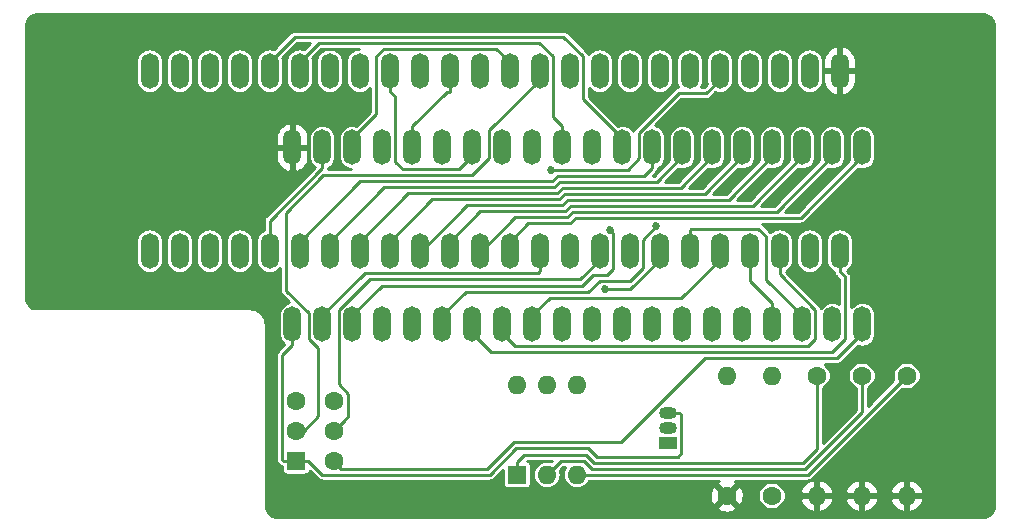
<source format=gbr>
G04 #@! TF.GenerationSoftware,KiCad,Pcbnew,(5.1.4)-1*
G04 #@! TF.CreationDate,2020-10-13T18:20:07+11:00*
G04 #@! TF.ProjectId,27C160_Adapter,32374331-3630-45f4-9164-61707465722e,rev?*
G04 #@! TF.SameCoordinates,Original*
G04 #@! TF.FileFunction,Copper,L1,Top*
G04 #@! TF.FilePolarity,Positive*
%FSLAX46Y46*%
G04 Gerber Fmt 4.6, Leading zero omitted, Abs format (unit mm)*
G04 Created by KiCad (PCBNEW (5.1.4)-1) date 2020-10-13 18:20:07*
%MOMM*%
%LPD*%
G04 APERTURE LIST*
%ADD10O,1.600000X1.600000*%
%ADD11C,1.600000*%
%ADD12R,1.500000X1.050000*%
%ADD13O,1.500000X1.050000*%
%ADD14R,1.600000X1.600000*%
%ADD15O,1.500000X3.000000*%
%ADD16C,0.685800*%
%ADD17C,0.254000*%
%ADD18C,0.250000*%
G04 APERTURE END LIST*
D10*
X174498000Y-124460000D03*
D11*
X174498000Y-114300000D03*
D12*
X161925000Y-120015000D03*
D13*
X161925000Y-117475000D03*
X161925000Y-118745000D03*
D10*
X178308000Y-124460000D03*
D11*
X178308000Y-114300000D03*
D10*
X182118000Y-124460000D03*
D11*
X182118000Y-114300000D03*
D10*
X170688000Y-114300000D03*
D11*
X170688000Y-124460000D03*
D10*
X166878000Y-114300000D03*
D11*
X166878000Y-124460000D03*
D10*
X149098000Y-115062000D03*
X154178000Y-122682000D03*
X151638000Y-115062000D03*
X151638000Y-122682000D03*
X154178000Y-115062000D03*
D14*
X149098000Y-122682000D03*
D11*
X133604000Y-116499000D03*
X133604000Y-118999000D03*
X133604000Y-121499000D03*
X130404000Y-116499000D03*
X130404000Y-118999000D03*
D14*
X130404000Y-121499000D03*
D15*
X130086000Y-109959000D03*
X132626000Y-109959000D03*
X135166000Y-109959000D03*
X137706000Y-109959000D03*
X140246000Y-109959000D03*
X142786000Y-109959000D03*
X145326000Y-109959000D03*
X147866000Y-109959000D03*
X150406000Y-109959000D03*
X152946000Y-109959000D03*
X155486000Y-109959000D03*
X158026000Y-109959000D03*
X160566000Y-109959000D03*
X163106000Y-109959000D03*
X165646000Y-109959000D03*
X168186000Y-109959000D03*
X170726000Y-109959000D03*
X173266000Y-109959000D03*
X175806000Y-109959000D03*
X178346000Y-109959000D03*
X178346000Y-94969000D03*
X175806000Y-94969000D03*
X173266000Y-94969000D03*
X170726000Y-94969000D03*
X168186000Y-94969000D03*
X165646000Y-94969000D03*
X163106000Y-94969000D03*
X160566000Y-94969000D03*
X158026000Y-94969000D03*
X155486000Y-94969000D03*
X152946000Y-94969000D03*
X150406000Y-94969000D03*
X147866000Y-94969000D03*
X145326000Y-94969000D03*
X142786000Y-94969000D03*
X140246000Y-94969000D03*
X137706000Y-94969000D03*
X135166000Y-94969000D03*
X132626000Y-94969000D03*
X130086000Y-94969000D03*
X118021000Y-103733600D03*
X120561000Y-103733600D03*
X123101000Y-103733600D03*
X125641000Y-103733600D03*
X128181000Y-103733600D03*
X130721000Y-103733600D03*
X133261000Y-103733600D03*
X135801000Y-103733600D03*
X138341000Y-103733600D03*
X140881000Y-103733600D03*
X143421000Y-103733600D03*
X145961000Y-103733600D03*
X148501000Y-103733600D03*
X151041000Y-103733600D03*
X153581000Y-103733600D03*
X156121000Y-103733600D03*
X158661000Y-103733600D03*
X161201000Y-103733600D03*
X163741000Y-103733600D03*
X166281000Y-103733600D03*
X168821000Y-103733600D03*
X171361000Y-103733600D03*
X173901000Y-103733600D03*
X176441000Y-103733600D03*
X176441000Y-88493600D03*
X173901000Y-88493600D03*
X171361000Y-88493600D03*
X168821000Y-88493600D03*
X166281000Y-88493600D03*
X163741000Y-88493600D03*
X161201000Y-88493600D03*
X158661000Y-88493600D03*
X156121000Y-88493600D03*
X153581000Y-88493600D03*
X151041000Y-88493600D03*
X148501000Y-88493600D03*
X145961000Y-88493600D03*
X143421000Y-88493600D03*
X140881000Y-88493600D03*
X138341000Y-88493600D03*
X135801000Y-88493600D03*
X133261000Y-88493600D03*
X130721000Y-88493600D03*
X128181000Y-88493600D03*
X125641000Y-88493600D03*
X123101000Y-88493600D03*
X120561000Y-88493600D03*
X118021000Y-88493600D03*
D16*
X157030534Y-101990177D03*
X152007618Y-96856632D03*
X160931314Y-101663975D03*
X156591000Y-106982401D03*
D17*
X162929000Y-117475000D02*
X161925000Y-117475000D01*
X163056010Y-117602010D02*
X162929000Y-117475000D01*
X163056010Y-120844792D02*
X163056010Y-117602010D01*
X162742832Y-121157970D02*
X163056010Y-120844792D01*
X155868838Y-121157970D02*
X162742832Y-121157970D01*
X146814197Y-122680001D02*
X149054632Y-120439566D01*
X132639001Y-122680001D02*
X146814197Y-122680001D01*
X131458000Y-121499000D02*
X132639001Y-122680001D01*
X130404000Y-121499000D02*
X131458000Y-121499000D01*
X149054632Y-120439566D02*
X155150434Y-120439566D01*
X155150434Y-120439566D02*
X155868838Y-121157970D01*
X129350000Y-121499000D02*
X130404000Y-121499000D01*
X129222999Y-121371999D02*
X129350000Y-121499000D01*
X129222999Y-112576001D02*
X129222999Y-121371999D01*
X130086000Y-111713000D02*
X129222999Y-112576001D01*
X130086000Y-109959000D02*
X130086000Y-111713000D01*
X173736000Y-122682000D02*
X182118000Y-114300000D01*
X154178000Y-122682000D02*
X173736000Y-122682000D01*
X178308000Y-117391566D02*
X178308000Y-116586000D01*
X173525576Y-122173990D02*
X178308000Y-117391566D01*
X178308000Y-116586000D02*
X178308000Y-113919000D01*
X178308000Y-117010566D02*
X178308000Y-116586000D01*
X151638000Y-122682000D02*
X152819001Y-121500999D01*
X152819001Y-121500999D02*
X154774999Y-121500999D01*
X154774999Y-121500999D02*
X155447990Y-122173990D01*
X155447990Y-122173990D02*
X173525576Y-122173990D01*
X174498000Y-118237000D02*
X174498000Y-113919000D01*
X174498000Y-118578132D02*
X174498000Y-118237000D01*
X174498000Y-120483132D02*
X174498000Y-119888000D01*
X173315152Y-121665980D02*
X174498000Y-120483132D01*
X155658414Y-121665980D02*
X173315152Y-121665980D01*
X174498000Y-119888000D02*
X174498000Y-120102132D01*
X174498000Y-118237000D02*
X174498000Y-119888000D01*
X149098000Y-122682000D02*
X149098000Y-121628000D01*
X149098000Y-121628000D02*
X149733011Y-120992989D01*
X149733011Y-120992989D02*
X154985423Y-120992989D01*
X154985423Y-120992989D02*
X155658414Y-121665980D01*
X151041000Y-89243600D02*
X151041000Y-88493600D01*
X146734990Y-93549610D02*
X151041000Y-89243600D01*
X146734990Y-95909499D02*
X146734990Y-93549610D01*
X145286469Y-97358020D02*
X146734990Y-95909499D01*
X132730286Y-97358020D02*
X145286469Y-97358020D01*
X129589990Y-100498316D02*
X132730286Y-97358020D01*
X131086000Y-118974000D02*
X132305201Y-117754799D01*
X132305201Y-117754799D02*
X132305201Y-111987690D01*
X132305201Y-111987690D02*
X131494990Y-111177479D01*
X131494990Y-109018501D02*
X131494990Y-110730490D01*
X129589990Y-104471010D02*
X129589990Y-107113501D01*
X129589990Y-104952079D02*
X129589990Y-104471010D01*
X129589990Y-107113501D02*
X131494990Y-109018501D01*
X129589990Y-104471010D02*
X129589990Y-100498316D01*
X131494990Y-111177479D02*
X131494990Y-110730490D01*
X134464199Y-118135801D02*
X133626000Y-118974000D01*
X134845201Y-117754799D02*
X134464199Y-118135801D01*
X134845201Y-115848783D02*
X134845201Y-117754799D01*
X134034990Y-108740521D02*
X134034990Y-115038572D01*
X134034990Y-115038572D02*
X134845201Y-115848783D01*
X136652891Y-106122620D02*
X134034990Y-108740521D01*
X154481980Y-106122620D02*
X136652891Y-106122620D01*
X156121000Y-104483600D02*
X154481980Y-106122620D01*
X156121000Y-103733600D02*
X156121000Y-104483600D01*
X178346000Y-110709000D02*
X178346000Y-109959000D01*
X176198971Y-112856029D02*
X178346000Y-110709000D01*
X165037679Y-112856030D02*
X176198971Y-112856029D01*
X133604000Y-121499000D02*
X133604000Y-121539000D01*
X133604000Y-121539000D02*
X134236991Y-122171991D01*
X134236991Y-122171991D02*
X146603773Y-122171991D01*
X146603773Y-122171991D02*
X148844208Y-119931556D01*
X148844208Y-119931556D02*
X157962153Y-119931556D01*
X157962153Y-119931556D02*
X165037679Y-112856030D01*
X132626000Y-109209000D02*
X132626000Y-109959000D01*
X136220390Y-105614610D02*
X132626000Y-109209000D01*
X150913990Y-105614610D02*
X136220390Y-105614610D01*
X151041000Y-105487600D02*
X150913990Y-105614610D01*
X151041000Y-103733600D02*
X151041000Y-105487600D01*
X135166000Y-109209000D02*
X135166000Y-109959000D01*
X137684715Y-106690285D02*
X135166000Y-109209000D01*
X154632749Y-106690285D02*
X137684715Y-106690285D01*
X155572544Y-105750490D02*
X154632749Y-106690285D01*
X156758510Y-105750490D02*
X155572544Y-105750490D01*
X157252010Y-105256990D02*
X156758510Y-105750490D01*
X157252010Y-102211653D02*
X157252010Y-105256990D01*
X157030534Y-101990177D02*
X157252010Y-102211653D01*
X165149990Y-90374610D02*
X166281000Y-89243600D01*
X166281000Y-89243600D02*
X166281000Y-88493600D01*
X162810901Y-90374610D02*
X165149990Y-90374610D01*
X159434990Y-93750521D02*
X162810901Y-90374610D01*
X159434990Y-95909499D02*
X159434990Y-93750521D01*
X158487857Y-96856632D02*
X159434990Y-95909499D01*
X152007618Y-96856632D02*
X158487857Y-96856632D01*
X142786000Y-109209000D02*
X142786000Y-109959000D01*
X155183705Y-107198295D02*
X144796705Y-107198295D01*
X156123500Y-106258500D02*
X155183705Y-107198295D01*
X158707666Y-106258500D02*
X156123500Y-106258500D01*
X159792010Y-105174156D02*
X158707666Y-106258500D01*
X159792010Y-102793101D02*
X159792010Y-105174156D01*
X160921136Y-101663975D02*
X159792010Y-102793101D01*
X144796705Y-107198295D02*
X142786000Y-109209000D01*
X160931314Y-101663975D02*
X160921136Y-101663975D01*
X145326000Y-110709000D02*
X145326000Y-109959000D01*
X146965020Y-112348020D02*
X145326000Y-110709000D01*
X175766469Y-112348020D02*
X146965020Y-112348020D01*
X176937010Y-111177479D02*
X175766469Y-112348020D01*
X176441000Y-105487600D02*
X176937010Y-105983610D01*
X176937010Y-105983610D02*
X176937010Y-111177479D01*
X176441000Y-103733600D02*
X176441000Y-105487600D01*
X148997010Y-111840010D02*
X147866000Y-110709000D01*
X147866000Y-110709000D02*
X147866000Y-109959000D01*
X174397010Y-108740521D02*
X174397010Y-111177479D01*
X173734479Y-111840010D02*
X148997010Y-111840010D01*
X174397010Y-111177479D02*
X173734479Y-111840010D01*
X171361000Y-103733600D02*
X171361000Y-105704511D01*
X171361000Y-105704511D02*
X174397010Y-108740521D01*
X166281000Y-104483600D02*
X166281000Y-103733600D01*
X163058299Y-107706301D02*
X166281000Y-104483600D01*
X151908699Y-107706301D02*
X163058299Y-107706301D01*
X150406000Y-109209000D02*
X151908699Y-107706301D01*
X150406000Y-109959000D02*
X150406000Y-109209000D01*
X158702199Y-106982401D02*
X156591000Y-106982401D01*
X161201000Y-103733600D02*
X161201000Y-104483600D01*
X161201000Y-104483600D02*
X158702199Y-106982401D01*
D18*
X170726000Y-109959000D02*
X170726000Y-108181300D01*
X168821000Y-103733600D02*
X168821000Y-106276300D01*
X168821000Y-106276300D02*
X170726000Y-108181300D01*
D17*
X173266000Y-109209000D02*
X173266000Y-109959000D01*
X163741000Y-101979600D02*
X163868010Y-101852590D01*
X163868010Y-101852590D02*
X169567459Y-101852590D01*
X169567459Y-101852590D02*
X170229990Y-102515121D01*
X170229990Y-102515121D02*
X170229990Y-106172990D01*
X170229990Y-106172990D02*
X173266000Y-109209000D01*
X163741000Y-103733600D02*
X163741000Y-101979600D01*
X153613839Y-101422095D02*
X154115222Y-100920712D01*
X150062505Y-101422095D02*
X153613839Y-101422095D01*
X148501000Y-103733600D02*
X148501000Y-102983600D01*
X148501000Y-102983600D02*
X150062505Y-101422095D01*
X178346000Y-95719000D02*
X178346000Y-94969000D01*
X173144288Y-100920712D02*
X178346000Y-95719000D01*
X154115222Y-100920712D02*
X173144288Y-100920712D01*
X153403415Y-100914085D02*
X153904798Y-100412702D01*
X148971026Y-100914085D02*
X153403415Y-100914085D01*
X145961000Y-103733600D02*
X146151511Y-103733600D01*
X146151511Y-103733600D02*
X148971026Y-100914085D01*
X175806000Y-95719000D02*
X175806000Y-94969000D01*
X171112298Y-100412702D02*
X175806000Y-95719000D01*
X153904798Y-100412702D02*
X171112298Y-100412702D01*
X153169358Y-100406076D02*
X153670742Y-99904692D01*
X145998523Y-100406077D02*
X153169358Y-100406076D01*
X143421000Y-103733600D02*
X143421000Y-102983600D01*
X143421000Y-102983600D02*
X145998523Y-100406077D01*
X173266000Y-95719000D02*
X173266000Y-94969000D01*
X169080308Y-99904692D02*
X173266000Y-95719000D01*
X153670742Y-99904692D02*
X169080308Y-99904692D01*
X152958933Y-99898067D02*
X153460318Y-99396682D01*
X144907044Y-99898067D02*
X152958933Y-99898067D01*
X140881000Y-103733600D02*
X141071511Y-103733600D01*
X141071511Y-103733600D02*
X144907044Y-99898067D01*
X170726000Y-95719000D02*
X170726000Y-94969000D01*
X167048318Y-99396682D02*
X170726000Y-95719000D01*
X153460318Y-99396682D02*
X167048318Y-99396682D01*
X152700868Y-99390058D02*
X153202254Y-98888672D01*
X141934542Y-99390058D02*
X152700868Y-99390058D01*
X138341000Y-103733600D02*
X138341000Y-102983600D01*
X138341000Y-102983600D02*
X141934542Y-99390058D01*
X168186000Y-95719000D02*
X168186000Y-94969000D01*
X165016328Y-98888672D02*
X168186000Y-95719000D01*
X153202254Y-98888672D02*
X165016328Y-98888672D01*
X152490444Y-98882048D02*
X152991830Y-98380662D01*
X139902552Y-98882048D02*
X152490444Y-98882048D01*
X135801000Y-103733600D02*
X135801000Y-102983600D01*
X135801000Y-102983600D02*
X139902552Y-98882048D01*
X165646000Y-95719000D02*
X165646000Y-94969000D01*
X162984338Y-98380662D02*
X165646000Y-95719000D01*
X152991830Y-98380662D02*
X162984338Y-98380662D01*
X152280019Y-98374039D02*
X152781406Y-97872652D01*
X137870560Y-98374040D02*
X152280019Y-98374039D01*
X133261000Y-103733600D02*
X133261000Y-102983600D01*
X133261000Y-102983600D02*
X137870560Y-98374040D01*
X163106000Y-95719000D02*
X163106000Y-94969000D01*
X160952348Y-97872652D02*
X163106000Y-95719000D01*
X152781406Y-97872652D02*
X160952348Y-97872652D01*
X130721000Y-102983600D02*
X130721000Y-103733600D01*
X160566000Y-96723000D02*
X159924358Y-97364642D01*
X159924358Y-97364642D02*
X152570982Y-97364642D01*
X160566000Y-94969000D02*
X160566000Y-96723000D01*
X152570982Y-97364642D02*
X152069594Y-97866030D01*
X152069594Y-97866030D02*
X135838570Y-97866030D01*
X135838570Y-97866030D02*
X130721000Y-102983600D01*
X158026000Y-94219000D02*
X158026000Y-94969000D01*
X154712010Y-90905010D02*
X158026000Y-94219000D01*
X154712010Y-87275121D02*
X154712010Y-90905010D01*
X153033459Y-85596570D02*
X154712010Y-87275121D01*
X130328030Y-85596570D02*
X153033459Y-85596570D01*
X128181000Y-87743600D02*
X130328030Y-85596570D01*
X128181000Y-88493600D02*
X128181000Y-87743600D01*
X152946000Y-93215000D02*
X152946000Y-94969000D01*
X152172010Y-92441010D02*
X152946000Y-93215000D01*
X151001469Y-86104580D02*
X152172010Y-87275121D01*
X152172010Y-87275121D02*
X152172010Y-92441010D01*
X132360020Y-86104580D02*
X151001469Y-86104580D01*
X130721000Y-87743600D02*
X132360020Y-86104580D01*
X130721000Y-88493600D02*
X130721000Y-87743600D01*
X138341000Y-90247600D02*
X138341000Y-88493600D01*
X138837010Y-90743610D02*
X138341000Y-90247600D01*
X138837010Y-96187479D02*
X138837010Y-90743610D01*
X139499541Y-96850010D02*
X138837010Y-96187479D01*
X144194990Y-96850010D02*
X139499541Y-96850010D01*
X145326000Y-95719000D02*
X144194990Y-96850010D01*
X145326000Y-94969000D02*
X145326000Y-95719000D01*
D18*
X143421000Y-88493600D02*
X143421000Y-90271300D01*
X140246000Y-94969000D02*
X140246000Y-93191300D01*
X143421000Y-90271300D02*
X143166000Y-90271300D01*
X143166000Y-90271300D02*
X140246000Y-93191300D01*
D17*
X148501000Y-87743600D02*
X148501000Y-88493600D01*
X147369990Y-86612590D02*
X148501000Y-87743600D01*
X137872521Y-86612590D02*
X147369990Y-86612590D01*
X137209990Y-87275121D02*
X137872521Y-86612590D01*
X137209990Y-92175010D02*
X137209990Y-87275121D01*
X135166000Y-94219000D02*
X137209990Y-92175010D01*
X135166000Y-94969000D02*
X135166000Y-94219000D01*
D18*
X132626000Y-94969000D02*
X132626000Y-96746700D01*
X128181000Y-103733600D02*
X128181000Y-101191700D01*
X128181000Y-101191700D02*
X132626000Y-96746700D01*
D17*
G36*
X188670300Y-83687326D02*
G01*
X188864889Y-83746077D01*
X189044364Y-83841505D01*
X189201883Y-83969975D01*
X189331451Y-84126596D01*
X189428130Y-84305400D01*
X189488238Y-84499577D01*
X189510600Y-84712344D01*
X189510601Y-125337866D01*
X189492092Y-125526632D01*
X189440507Y-125697489D01*
X189356714Y-125855083D01*
X189243909Y-125993394D01*
X189106386Y-126107163D01*
X188949385Y-126192054D01*
X188778888Y-126244832D01*
X188590800Y-126264600D01*
X128789124Y-126264600D01*
X128600368Y-126246092D01*
X128429511Y-126194507D01*
X128271917Y-126110714D01*
X128133606Y-125997909D01*
X128019837Y-125860386D01*
X127934946Y-125703385D01*
X127882168Y-125532888D01*
X127873741Y-125452702D01*
X166064903Y-125452702D01*
X166136486Y-125696671D01*
X166391996Y-125817571D01*
X166666184Y-125886300D01*
X166948512Y-125900217D01*
X167228130Y-125858787D01*
X167494292Y-125763603D01*
X167619514Y-125696671D01*
X167691097Y-125452702D01*
X166878000Y-124639605D01*
X166064903Y-125452702D01*
X127873741Y-125452702D01*
X127862400Y-125344800D01*
X127862400Y-124530512D01*
X165437783Y-124530512D01*
X165479213Y-124810130D01*
X165574397Y-125076292D01*
X165641329Y-125201514D01*
X165885298Y-125273097D01*
X166698395Y-124460000D01*
X167057605Y-124460000D01*
X167870702Y-125273097D01*
X168114671Y-125201514D01*
X168235571Y-124946004D01*
X168304300Y-124671816D01*
X168318217Y-124389488D01*
X168311431Y-124343682D01*
X169507000Y-124343682D01*
X169507000Y-124576318D01*
X169552386Y-124804485D01*
X169641412Y-125019413D01*
X169770658Y-125212843D01*
X169935157Y-125377342D01*
X170128587Y-125506588D01*
X170343515Y-125595614D01*
X170571682Y-125641000D01*
X170804318Y-125641000D01*
X171032485Y-125595614D01*
X171247413Y-125506588D01*
X171440843Y-125377342D01*
X171605342Y-125212843D01*
X171734588Y-125019413D01*
X171821727Y-124809040D01*
X173106091Y-124809040D01*
X173200930Y-125073881D01*
X173345615Y-125315131D01*
X173534586Y-125523519D01*
X173760580Y-125691037D01*
X174014913Y-125811246D01*
X174148961Y-125851904D01*
X174371000Y-125729915D01*
X174371000Y-124587000D01*
X174625000Y-124587000D01*
X174625000Y-125729915D01*
X174847039Y-125851904D01*
X174981087Y-125811246D01*
X175235420Y-125691037D01*
X175461414Y-125523519D01*
X175650385Y-125315131D01*
X175795070Y-125073881D01*
X175889909Y-124809040D01*
X176916091Y-124809040D01*
X177010930Y-125073881D01*
X177155615Y-125315131D01*
X177344586Y-125523519D01*
X177570580Y-125691037D01*
X177824913Y-125811246D01*
X177958961Y-125851904D01*
X178181000Y-125729915D01*
X178181000Y-124587000D01*
X178435000Y-124587000D01*
X178435000Y-125729915D01*
X178657039Y-125851904D01*
X178791087Y-125811246D01*
X179045420Y-125691037D01*
X179271414Y-125523519D01*
X179460385Y-125315131D01*
X179605070Y-125073881D01*
X179699909Y-124809040D01*
X180726091Y-124809040D01*
X180820930Y-125073881D01*
X180965615Y-125315131D01*
X181154586Y-125523519D01*
X181380580Y-125691037D01*
X181634913Y-125811246D01*
X181768961Y-125851904D01*
X181991000Y-125729915D01*
X181991000Y-124587000D01*
X182245000Y-124587000D01*
X182245000Y-125729915D01*
X182467039Y-125851904D01*
X182601087Y-125811246D01*
X182855420Y-125691037D01*
X183081414Y-125523519D01*
X183270385Y-125315131D01*
X183415070Y-125073881D01*
X183509909Y-124809040D01*
X183388624Y-124587000D01*
X182245000Y-124587000D01*
X181991000Y-124587000D01*
X180847376Y-124587000D01*
X180726091Y-124809040D01*
X179699909Y-124809040D01*
X179578624Y-124587000D01*
X178435000Y-124587000D01*
X178181000Y-124587000D01*
X177037376Y-124587000D01*
X176916091Y-124809040D01*
X175889909Y-124809040D01*
X175768624Y-124587000D01*
X174625000Y-124587000D01*
X174371000Y-124587000D01*
X173227376Y-124587000D01*
X173106091Y-124809040D01*
X171821727Y-124809040D01*
X171823614Y-124804485D01*
X171869000Y-124576318D01*
X171869000Y-124343682D01*
X171823614Y-124115515D01*
X171734588Y-123900587D01*
X171605342Y-123707157D01*
X171440843Y-123542658D01*
X171247413Y-123413412D01*
X171032485Y-123324386D01*
X170804318Y-123279000D01*
X170571682Y-123279000D01*
X170343515Y-123324386D01*
X170128587Y-123413412D01*
X169935157Y-123542658D01*
X169770658Y-123707157D01*
X169641412Y-123900587D01*
X169552386Y-124115515D01*
X169507000Y-124343682D01*
X168311431Y-124343682D01*
X168276787Y-124109870D01*
X168181603Y-123843708D01*
X168114671Y-123718486D01*
X167870702Y-123646903D01*
X167057605Y-124460000D01*
X166698395Y-124460000D01*
X165885298Y-123646903D01*
X165641329Y-123718486D01*
X165520429Y-123973996D01*
X165451700Y-124248184D01*
X165437783Y-124530512D01*
X127862400Y-124530512D01*
X127862400Y-109970833D01*
X127861386Y-109960541D01*
X127861436Y-109953411D01*
X127861126Y-109950251D01*
X127837809Y-109728399D01*
X127833670Y-109708236D01*
X127829803Y-109687963D01*
X127828885Y-109684924D01*
X127762920Y-109471826D01*
X127754948Y-109452861D01*
X127747213Y-109433716D01*
X127745722Y-109430913D01*
X127639622Y-109234686D01*
X127628102Y-109217606D01*
X127616812Y-109200354D01*
X127614805Y-109197893D01*
X127472612Y-109026011D01*
X127458008Y-109011509D01*
X127443567Y-108996762D01*
X127441121Y-108994739D01*
X127268251Y-108853749D01*
X127251094Y-108842350D01*
X127234077Y-108830698D01*
X127231284Y-108829188D01*
X127034320Y-108724461D01*
X127015290Y-108716618D01*
X126996322Y-108708488D01*
X126993289Y-108707550D01*
X126779736Y-108643074D01*
X126759573Y-108639082D01*
X126739358Y-108634785D01*
X126736200Y-108634453D01*
X126514190Y-108612685D01*
X126514182Y-108612685D01*
X126503167Y-108611600D01*
X108469124Y-108611600D01*
X108280368Y-108593092D01*
X108109511Y-108541507D01*
X107951917Y-108457714D01*
X107813606Y-108344909D01*
X107699837Y-108207386D01*
X107614946Y-108050385D01*
X107562168Y-107879888D01*
X107542400Y-107691800D01*
X107542400Y-102928043D01*
X116890000Y-102928043D01*
X116890000Y-104539158D01*
X116906365Y-104705315D01*
X116971038Y-104918509D01*
X117076059Y-105114990D01*
X117217394Y-105287207D01*
X117389611Y-105428542D01*
X117586092Y-105533563D01*
X117799286Y-105598235D01*
X118021000Y-105620072D01*
X118242715Y-105598235D01*
X118455909Y-105533563D01*
X118652390Y-105428542D01*
X118824607Y-105287207D01*
X118965942Y-105114990D01*
X119070963Y-104918509D01*
X119135635Y-104705315D01*
X119152000Y-104539158D01*
X119152000Y-102928043D01*
X119430000Y-102928043D01*
X119430000Y-104539158D01*
X119446365Y-104705315D01*
X119511038Y-104918509D01*
X119616059Y-105114990D01*
X119757394Y-105287207D01*
X119929611Y-105428542D01*
X120126092Y-105533563D01*
X120339286Y-105598235D01*
X120561000Y-105620072D01*
X120782715Y-105598235D01*
X120995909Y-105533563D01*
X121192390Y-105428542D01*
X121364607Y-105287207D01*
X121505942Y-105114990D01*
X121610963Y-104918509D01*
X121675635Y-104705315D01*
X121692000Y-104539158D01*
X121692000Y-102928043D01*
X121970000Y-102928043D01*
X121970000Y-104539158D01*
X121986365Y-104705315D01*
X122051038Y-104918509D01*
X122156059Y-105114990D01*
X122297394Y-105287207D01*
X122469611Y-105428542D01*
X122666092Y-105533563D01*
X122879286Y-105598235D01*
X123101000Y-105620072D01*
X123322715Y-105598235D01*
X123535909Y-105533563D01*
X123732390Y-105428542D01*
X123904607Y-105287207D01*
X124045942Y-105114990D01*
X124150963Y-104918509D01*
X124215635Y-104705315D01*
X124232000Y-104539158D01*
X124232000Y-102928043D01*
X124510000Y-102928043D01*
X124510000Y-104539158D01*
X124526365Y-104705315D01*
X124591038Y-104918509D01*
X124696059Y-105114990D01*
X124837394Y-105287207D01*
X125009611Y-105428542D01*
X125206092Y-105533563D01*
X125419286Y-105598235D01*
X125641000Y-105620072D01*
X125862715Y-105598235D01*
X126075909Y-105533563D01*
X126272390Y-105428542D01*
X126444607Y-105287207D01*
X126585942Y-105114990D01*
X126690963Y-104918509D01*
X126755635Y-104705315D01*
X126772000Y-104539158D01*
X126772000Y-102928042D01*
X126755635Y-102761885D01*
X126690963Y-102548691D01*
X126585942Y-102352210D01*
X126444607Y-102179993D01*
X126272390Y-102038658D01*
X126075908Y-101933637D01*
X125862714Y-101868965D01*
X125641000Y-101847128D01*
X125419285Y-101868965D01*
X125206091Y-101933637D01*
X125009610Y-102038658D01*
X124837393Y-102179993D01*
X124696058Y-102352210D01*
X124591037Y-102548692D01*
X124526365Y-102761886D01*
X124510000Y-102928043D01*
X124232000Y-102928043D01*
X124232000Y-102928042D01*
X124215635Y-102761885D01*
X124150963Y-102548691D01*
X124045942Y-102352210D01*
X123904607Y-102179993D01*
X123732390Y-102038658D01*
X123535908Y-101933637D01*
X123322714Y-101868965D01*
X123101000Y-101847128D01*
X122879285Y-101868965D01*
X122666091Y-101933637D01*
X122469610Y-102038658D01*
X122297393Y-102179993D01*
X122156058Y-102352210D01*
X122051037Y-102548692D01*
X121986365Y-102761886D01*
X121970000Y-102928043D01*
X121692000Y-102928043D01*
X121692000Y-102928042D01*
X121675635Y-102761885D01*
X121610963Y-102548691D01*
X121505942Y-102352210D01*
X121364607Y-102179993D01*
X121192390Y-102038658D01*
X120995908Y-101933637D01*
X120782714Y-101868965D01*
X120561000Y-101847128D01*
X120339285Y-101868965D01*
X120126091Y-101933637D01*
X119929610Y-102038658D01*
X119757393Y-102179993D01*
X119616058Y-102352210D01*
X119511037Y-102548692D01*
X119446365Y-102761886D01*
X119430000Y-102928043D01*
X119152000Y-102928043D01*
X119152000Y-102928042D01*
X119135635Y-102761885D01*
X119070963Y-102548691D01*
X118965942Y-102352210D01*
X118824607Y-102179993D01*
X118652390Y-102038658D01*
X118455908Y-101933637D01*
X118242714Y-101868965D01*
X118021000Y-101847128D01*
X117799285Y-101868965D01*
X117586091Y-101933637D01*
X117389610Y-102038658D01*
X117217393Y-102179993D01*
X117076058Y-102352210D01*
X116971037Y-102548692D01*
X116906365Y-102761886D01*
X116890000Y-102928043D01*
X107542400Y-102928043D01*
X107542400Y-95096000D01*
X128701000Y-95096000D01*
X128701000Y-95846000D01*
X128752389Y-96113760D01*
X128855028Y-96366349D01*
X129004972Y-96594061D01*
X129196460Y-96788145D01*
X129422132Y-96941142D01*
X129673316Y-97047173D01*
X129744815Y-97061318D01*
X129959000Y-96938656D01*
X129959000Y-95096000D01*
X130213000Y-95096000D01*
X130213000Y-96938656D01*
X130427185Y-97061318D01*
X130498684Y-97047173D01*
X130749868Y-96941142D01*
X130975540Y-96788145D01*
X131167028Y-96594061D01*
X131316972Y-96366349D01*
X131419611Y-96113760D01*
X131471000Y-95846000D01*
X131471000Y-95096000D01*
X130213000Y-95096000D01*
X129959000Y-95096000D01*
X128701000Y-95096000D01*
X107542400Y-95096000D01*
X107542400Y-94092000D01*
X128701000Y-94092000D01*
X128701000Y-94842000D01*
X129959000Y-94842000D01*
X129959000Y-92999344D01*
X130213000Y-92999344D01*
X130213000Y-94842000D01*
X131471000Y-94842000D01*
X131471000Y-94092000D01*
X131419611Y-93824240D01*
X131316972Y-93571651D01*
X131167028Y-93343939D01*
X130975540Y-93149855D01*
X130749868Y-92996858D01*
X130498684Y-92890827D01*
X130427185Y-92876682D01*
X130213000Y-92999344D01*
X129959000Y-92999344D01*
X129744815Y-92876682D01*
X129673316Y-92890827D01*
X129422132Y-92996858D01*
X129196460Y-93149855D01*
X129004972Y-93343939D01*
X128855028Y-93571651D01*
X128752389Y-93824240D01*
X128701000Y-94092000D01*
X107542400Y-94092000D01*
X107542400Y-87688043D01*
X116890000Y-87688043D01*
X116890000Y-89299158D01*
X116906365Y-89465315D01*
X116971038Y-89678509D01*
X117076059Y-89874990D01*
X117217394Y-90047207D01*
X117389611Y-90188542D01*
X117586092Y-90293563D01*
X117799286Y-90358235D01*
X118021000Y-90380072D01*
X118242715Y-90358235D01*
X118455909Y-90293563D01*
X118652390Y-90188542D01*
X118824607Y-90047207D01*
X118965942Y-89874990D01*
X119070963Y-89678509D01*
X119135635Y-89465315D01*
X119152000Y-89299158D01*
X119152000Y-87688043D01*
X119430000Y-87688043D01*
X119430000Y-89299158D01*
X119446365Y-89465315D01*
X119511038Y-89678509D01*
X119616059Y-89874990D01*
X119757394Y-90047207D01*
X119929611Y-90188542D01*
X120126092Y-90293563D01*
X120339286Y-90358235D01*
X120561000Y-90380072D01*
X120782715Y-90358235D01*
X120995909Y-90293563D01*
X121192390Y-90188542D01*
X121364607Y-90047207D01*
X121505942Y-89874990D01*
X121610963Y-89678509D01*
X121675635Y-89465315D01*
X121692000Y-89299158D01*
X121692000Y-87688043D01*
X121970000Y-87688043D01*
X121970000Y-89299158D01*
X121986365Y-89465315D01*
X122051038Y-89678509D01*
X122156059Y-89874990D01*
X122297394Y-90047207D01*
X122469611Y-90188542D01*
X122666092Y-90293563D01*
X122879286Y-90358235D01*
X123101000Y-90380072D01*
X123322715Y-90358235D01*
X123535909Y-90293563D01*
X123732390Y-90188542D01*
X123904607Y-90047207D01*
X124045942Y-89874990D01*
X124150963Y-89678509D01*
X124215635Y-89465315D01*
X124232000Y-89299158D01*
X124232000Y-87688043D01*
X124510000Y-87688043D01*
X124510000Y-89299158D01*
X124526365Y-89465315D01*
X124591038Y-89678509D01*
X124696059Y-89874990D01*
X124837394Y-90047207D01*
X125009611Y-90188542D01*
X125206092Y-90293563D01*
X125419286Y-90358235D01*
X125641000Y-90380072D01*
X125862715Y-90358235D01*
X126075909Y-90293563D01*
X126272390Y-90188542D01*
X126444607Y-90047207D01*
X126585942Y-89874990D01*
X126690963Y-89678509D01*
X126755635Y-89465315D01*
X126772000Y-89299158D01*
X126772000Y-87688043D01*
X127050000Y-87688043D01*
X127050000Y-89299158D01*
X127066365Y-89465315D01*
X127131038Y-89678509D01*
X127236059Y-89874990D01*
X127377394Y-90047207D01*
X127549611Y-90188542D01*
X127746092Y-90293563D01*
X127959286Y-90358235D01*
X128181000Y-90380072D01*
X128402715Y-90358235D01*
X128615909Y-90293563D01*
X128812390Y-90188542D01*
X128984607Y-90047207D01*
X129125942Y-89874990D01*
X129230963Y-89678509D01*
X129295635Y-89465315D01*
X129312000Y-89299158D01*
X129312000Y-87688042D01*
X129295635Y-87521885D01*
X129255021Y-87387999D01*
X130538451Y-86104570D01*
X131641609Y-86104570D01*
X131076600Y-86669579D01*
X130942714Y-86628965D01*
X130721000Y-86607128D01*
X130499285Y-86628965D01*
X130286091Y-86693637D01*
X130089610Y-86798658D01*
X129917393Y-86939993D01*
X129776058Y-87112210D01*
X129671037Y-87308692D01*
X129606365Y-87521886D01*
X129590000Y-87688043D01*
X129590000Y-89299158D01*
X129606365Y-89465315D01*
X129671038Y-89678509D01*
X129776059Y-89874990D01*
X129917394Y-90047207D01*
X130089611Y-90188542D01*
X130286092Y-90293563D01*
X130499286Y-90358235D01*
X130721000Y-90380072D01*
X130942715Y-90358235D01*
X131155909Y-90293563D01*
X131352390Y-90188542D01*
X131524607Y-90047207D01*
X131665942Y-89874990D01*
X131770963Y-89678509D01*
X131835635Y-89465315D01*
X131852000Y-89299158D01*
X131852000Y-87688042D01*
X131835635Y-87521885D01*
X131795021Y-87387999D01*
X132570441Y-86612580D01*
X133205645Y-86612580D01*
X133039285Y-86628965D01*
X132826091Y-86693637D01*
X132629610Y-86798658D01*
X132457393Y-86939993D01*
X132316058Y-87112210D01*
X132211037Y-87308692D01*
X132146365Y-87521886D01*
X132130000Y-87688043D01*
X132130000Y-89299158D01*
X132146365Y-89465315D01*
X132211038Y-89678509D01*
X132316059Y-89874990D01*
X132457394Y-90047207D01*
X132629611Y-90188542D01*
X132826092Y-90293563D01*
X133039286Y-90358235D01*
X133261000Y-90380072D01*
X133482715Y-90358235D01*
X133695909Y-90293563D01*
X133892390Y-90188542D01*
X134064607Y-90047207D01*
X134205942Y-89874990D01*
X134310963Y-89678509D01*
X134375635Y-89465315D01*
X134392000Y-89299158D01*
X134392000Y-87688042D01*
X134375635Y-87521885D01*
X134310963Y-87308691D01*
X134205942Y-87112210D01*
X134064607Y-86939993D01*
X133892390Y-86798658D01*
X133695908Y-86693637D01*
X133482714Y-86628965D01*
X133316355Y-86612580D01*
X135745645Y-86612580D01*
X135579285Y-86628965D01*
X135366091Y-86693637D01*
X135169610Y-86798658D01*
X134997393Y-86939993D01*
X134856058Y-87112210D01*
X134751037Y-87308692D01*
X134686365Y-87521886D01*
X134670000Y-87688043D01*
X134670000Y-89299158D01*
X134686365Y-89465315D01*
X134751038Y-89678509D01*
X134856059Y-89874990D01*
X134997394Y-90047207D01*
X135169611Y-90188542D01*
X135366092Y-90293563D01*
X135579286Y-90358235D01*
X135801000Y-90380072D01*
X136022715Y-90358235D01*
X136235909Y-90293563D01*
X136432390Y-90188542D01*
X136604607Y-90047207D01*
X136701990Y-89928545D01*
X136701990Y-91964589D01*
X135521601Y-93144979D01*
X135387715Y-93104365D01*
X135166000Y-93082528D01*
X134944286Y-93104365D01*
X134731092Y-93169037D01*
X134534611Y-93274058D01*
X134362394Y-93415393D01*
X134221059Y-93587610D01*
X134116038Y-93784091D01*
X134051365Y-93997285D01*
X134035000Y-94163442D01*
X134035000Y-95774557D01*
X134051365Y-95940714D01*
X134116037Y-96153908D01*
X134221058Y-96350390D01*
X134362393Y-96522607D01*
X134534610Y-96663942D01*
X134731091Y-96768963D01*
X134944285Y-96833635D01*
X135110645Y-96850020D01*
X133123426Y-96850020D01*
X133124678Y-96845894D01*
X133126974Y-96822585D01*
X133132000Y-96771554D01*
X133132000Y-96771547D01*
X133134447Y-96746701D01*
X133132852Y-96730508D01*
X133257390Y-96663942D01*
X133429607Y-96522607D01*
X133570942Y-96350390D01*
X133675963Y-96153909D01*
X133740635Y-95940715D01*
X133757000Y-95774558D01*
X133757000Y-94163442D01*
X133740635Y-93997285D01*
X133675963Y-93784091D01*
X133570942Y-93587610D01*
X133429607Y-93415393D01*
X133257390Y-93274058D01*
X133060909Y-93169037D01*
X132847715Y-93104365D01*
X132626000Y-93082528D01*
X132404286Y-93104365D01*
X132191092Y-93169037D01*
X131994611Y-93274058D01*
X131822394Y-93415393D01*
X131681059Y-93587610D01*
X131576038Y-93784091D01*
X131511365Y-93997285D01*
X131495000Y-94163442D01*
X131495000Y-95774557D01*
X131511365Y-95940714D01*
X131576037Y-96153908D01*
X131681058Y-96350390D01*
X131822393Y-96522607D01*
X131993817Y-96663291D01*
X127840781Y-100816328D01*
X127821474Y-100832173D01*
X127758242Y-100909221D01*
X127750792Y-100923159D01*
X127711255Y-100997126D01*
X127682322Y-101092508D01*
X127672553Y-101191700D01*
X127675001Y-101216556D01*
X127675001Y-101971635D01*
X127549610Y-102038658D01*
X127377393Y-102179993D01*
X127236058Y-102352210D01*
X127131037Y-102548692D01*
X127066365Y-102761886D01*
X127050000Y-102928043D01*
X127050000Y-104539158D01*
X127066365Y-104705315D01*
X127131038Y-104918509D01*
X127236059Y-105114990D01*
X127377394Y-105287207D01*
X127549611Y-105428542D01*
X127746092Y-105533563D01*
X127959286Y-105598235D01*
X128181000Y-105620072D01*
X128402715Y-105598235D01*
X128615909Y-105533563D01*
X128812390Y-105428542D01*
X128984607Y-105287207D01*
X129081990Y-105168545D01*
X129081991Y-107088547D01*
X129079533Y-107113501D01*
X129089342Y-107213085D01*
X129118390Y-107308844D01*
X129165561Y-107397096D01*
X129203940Y-107443861D01*
X129229043Y-107474449D01*
X129248420Y-107490351D01*
X129855192Y-108097123D01*
X129651091Y-108159037D01*
X129454610Y-108264058D01*
X129282393Y-108405393D01*
X129141058Y-108577610D01*
X129036037Y-108774092D01*
X128971365Y-108987286D01*
X128955000Y-109153443D01*
X128955000Y-110764558D01*
X128971365Y-110930715D01*
X129036038Y-111143909D01*
X129141059Y-111340390D01*
X129282394Y-111512607D01*
X129439247Y-111641333D01*
X128881434Y-112199146D01*
X128862051Y-112215053D01*
X128798570Y-112292406D01*
X128751398Y-112380659D01*
X128722350Y-112476417D01*
X128715757Y-112543363D01*
X128712542Y-112576001D01*
X128714999Y-112600945D01*
X128715000Y-121347045D01*
X128712542Y-121371999D01*
X128717016Y-121417418D01*
X128722351Y-121471584D01*
X128739591Y-121528415D01*
X128751399Y-121567342D01*
X128798570Y-121655594D01*
X128836974Y-121702389D01*
X128862052Y-121732947D01*
X128881430Y-121748850D01*
X128973142Y-121840561D01*
X128989052Y-121859948D01*
X129066405Y-121923429D01*
X129154657Y-121970601D01*
X129221157Y-121990774D01*
X129221157Y-122299000D01*
X129228513Y-122373689D01*
X129250299Y-122445508D01*
X129285678Y-122511696D01*
X129333289Y-122569711D01*
X129391304Y-122617322D01*
X129457492Y-122652701D01*
X129529311Y-122674487D01*
X129604000Y-122681843D01*
X131204000Y-122681843D01*
X131278689Y-122674487D01*
X131350508Y-122652701D01*
X131416696Y-122617322D01*
X131474711Y-122569711D01*
X131522322Y-122511696D01*
X131557701Y-122445508D01*
X131579487Y-122373689D01*
X131582605Y-122342025D01*
X132262146Y-123021566D01*
X132278053Y-123040949D01*
X132355406Y-123104430D01*
X132443658Y-123151602D01*
X132539416Y-123180650D01*
X132614054Y-123188001D01*
X132614057Y-123188001D01*
X132639001Y-123190458D01*
X132663945Y-123188001D01*
X146789253Y-123188001D01*
X146814197Y-123190458D01*
X146839141Y-123188001D01*
X146839144Y-123188001D01*
X146913782Y-123180650D01*
X147009540Y-123151602D01*
X147097792Y-123104430D01*
X147175145Y-123040949D01*
X147191052Y-123021566D01*
X147915157Y-122297461D01*
X147915157Y-123482000D01*
X147922513Y-123556689D01*
X147944299Y-123628508D01*
X147979678Y-123694696D01*
X148027289Y-123752711D01*
X148085304Y-123800322D01*
X148151492Y-123835701D01*
X148223311Y-123857487D01*
X148298000Y-123864843D01*
X149898000Y-123864843D01*
X149972689Y-123857487D01*
X150044508Y-123835701D01*
X150110696Y-123800322D01*
X150168711Y-123752711D01*
X150216322Y-123694696D01*
X150251701Y-123628508D01*
X150273487Y-123556689D01*
X150280843Y-123482000D01*
X150280843Y-121882000D01*
X150273487Y-121807311D01*
X150251701Y-121735492D01*
X150216322Y-121669304D01*
X150168711Y-121611289D01*
X150110696Y-121563678D01*
X150044508Y-121528299D01*
X149972689Y-121506513D01*
X149941026Y-121503395D01*
X149943432Y-121500989D01*
X152100591Y-121500989D01*
X152033690Y-121567890D01*
X151869516Y-121518088D01*
X151696016Y-121501000D01*
X151579984Y-121501000D01*
X151406484Y-121518088D01*
X151183864Y-121585619D01*
X150978697Y-121695283D01*
X150798866Y-121842866D01*
X150651283Y-122022697D01*
X150541619Y-122227864D01*
X150474088Y-122450484D01*
X150451286Y-122682000D01*
X150474088Y-122913516D01*
X150541619Y-123136136D01*
X150651283Y-123341303D01*
X150798866Y-123521134D01*
X150978697Y-123668717D01*
X151183864Y-123778381D01*
X151406484Y-123845912D01*
X151579984Y-123863000D01*
X151696016Y-123863000D01*
X151869516Y-123845912D01*
X152092136Y-123778381D01*
X152297303Y-123668717D01*
X152477134Y-123521134D01*
X152624717Y-123341303D01*
X152734381Y-123136136D01*
X152801912Y-122913516D01*
X152824714Y-122682000D01*
X152801912Y-122450484D01*
X152752110Y-122286310D01*
X153029421Y-122008999D01*
X153202525Y-122008999D01*
X153191283Y-122022697D01*
X153081619Y-122227864D01*
X153014088Y-122450484D01*
X152991286Y-122682000D01*
X153014088Y-122913516D01*
X153081619Y-123136136D01*
X153191283Y-123341303D01*
X153338866Y-123521134D01*
X153518697Y-123668717D01*
X153723864Y-123778381D01*
X153946484Y-123845912D01*
X154119984Y-123863000D01*
X154236016Y-123863000D01*
X154409516Y-123845912D01*
X154632136Y-123778381D01*
X154837303Y-123668717D01*
X155017134Y-123521134D01*
X155164717Y-123341303D01*
X155245590Y-123190000D01*
X166198841Y-123190000D01*
X166136486Y-123223329D01*
X166064903Y-123467298D01*
X166878000Y-124280395D01*
X167691097Y-123467298D01*
X167619514Y-123223329D01*
X167549077Y-123190000D01*
X173711056Y-123190000D01*
X173736000Y-123192457D01*
X173760944Y-123190000D01*
X173760947Y-123190000D01*
X173835585Y-123182649D01*
X173899753Y-123163184D01*
X173760580Y-123228963D01*
X173534586Y-123396481D01*
X173345615Y-123604869D01*
X173200930Y-123846119D01*
X173106091Y-124110960D01*
X173227376Y-124333000D01*
X174371000Y-124333000D01*
X174371000Y-123190085D01*
X174625000Y-123190085D01*
X174625000Y-124333000D01*
X175768624Y-124333000D01*
X175889909Y-124110960D01*
X176916091Y-124110960D01*
X177037376Y-124333000D01*
X178181000Y-124333000D01*
X178181000Y-123190085D01*
X178435000Y-123190085D01*
X178435000Y-124333000D01*
X179578624Y-124333000D01*
X179699909Y-124110960D01*
X180726091Y-124110960D01*
X180847376Y-124333000D01*
X181991000Y-124333000D01*
X181991000Y-123190085D01*
X182245000Y-123190085D01*
X182245000Y-124333000D01*
X183388624Y-124333000D01*
X183509909Y-124110960D01*
X183415070Y-123846119D01*
X183270385Y-123604869D01*
X183081414Y-123396481D01*
X182855420Y-123228963D01*
X182601087Y-123108754D01*
X182467039Y-123068096D01*
X182245000Y-123190085D01*
X181991000Y-123190085D01*
X181768961Y-123068096D01*
X181634913Y-123108754D01*
X181380580Y-123228963D01*
X181154586Y-123396481D01*
X180965615Y-123604869D01*
X180820930Y-123846119D01*
X180726091Y-124110960D01*
X179699909Y-124110960D01*
X179605070Y-123846119D01*
X179460385Y-123604869D01*
X179271414Y-123396481D01*
X179045420Y-123228963D01*
X178791087Y-123108754D01*
X178657039Y-123068096D01*
X178435000Y-123190085D01*
X178181000Y-123190085D01*
X177958961Y-123068096D01*
X177824913Y-123108754D01*
X177570580Y-123228963D01*
X177344586Y-123396481D01*
X177155615Y-123604869D01*
X177010930Y-123846119D01*
X176916091Y-124110960D01*
X175889909Y-124110960D01*
X175795070Y-123846119D01*
X175650385Y-123604869D01*
X175461414Y-123396481D01*
X175235420Y-123228963D01*
X174981087Y-123108754D01*
X174847039Y-123068096D01*
X174625000Y-123190085D01*
X174371000Y-123190085D01*
X174148961Y-123068096D01*
X174015681Y-123108521D01*
X174019595Y-123106429D01*
X174096948Y-123042948D01*
X174112855Y-123023565D01*
X181722103Y-115414318D01*
X181773515Y-115435614D01*
X182001682Y-115481000D01*
X182234318Y-115481000D01*
X182462485Y-115435614D01*
X182677413Y-115346588D01*
X182870843Y-115217342D01*
X183035342Y-115052843D01*
X183164588Y-114859413D01*
X183253614Y-114644485D01*
X183299000Y-114416318D01*
X183299000Y-114183682D01*
X183253614Y-113955515D01*
X183164588Y-113740587D01*
X183035342Y-113547157D01*
X182870843Y-113382658D01*
X182677413Y-113253412D01*
X182462485Y-113164386D01*
X182234318Y-113119000D01*
X182001682Y-113119000D01*
X181773515Y-113164386D01*
X181558587Y-113253412D01*
X181365157Y-113382658D01*
X181200658Y-113547157D01*
X181071412Y-113740587D01*
X180982386Y-113955515D01*
X180937000Y-114183682D01*
X180937000Y-114416318D01*
X180982386Y-114644485D01*
X181003682Y-114695897D01*
X178816000Y-116883579D01*
X178816000Y-115367884D01*
X178867413Y-115346588D01*
X179060843Y-115217342D01*
X179225342Y-115052843D01*
X179354588Y-114859413D01*
X179443614Y-114644485D01*
X179489000Y-114416318D01*
X179489000Y-114183682D01*
X179443614Y-113955515D01*
X179354588Y-113740587D01*
X179225342Y-113547157D01*
X179060843Y-113382658D01*
X178867413Y-113253412D01*
X178652485Y-113164386D01*
X178424318Y-113119000D01*
X178191682Y-113119000D01*
X177963515Y-113164386D01*
X177748587Y-113253412D01*
X177555157Y-113382658D01*
X177390658Y-113547157D01*
X177261412Y-113740587D01*
X177172386Y-113955515D01*
X177127000Y-114183682D01*
X177127000Y-114416318D01*
X177172386Y-114644485D01*
X177261412Y-114859413D01*
X177390658Y-115052843D01*
X177555157Y-115217342D01*
X177748587Y-115346588D01*
X177800000Y-115367884D01*
X177800000Y-117181146D01*
X175006000Y-119975146D01*
X175006000Y-115367884D01*
X175057413Y-115346588D01*
X175250843Y-115217342D01*
X175415342Y-115052843D01*
X175544588Y-114859413D01*
X175633614Y-114644485D01*
X175679000Y-114416318D01*
X175679000Y-114183682D01*
X175633614Y-113955515D01*
X175544588Y-113740587D01*
X175415342Y-113547157D01*
X175250843Y-113382658D01*
X175222962Y-113364028D01*
X176174017Y-113364028D01*
X176198971Y-113366486D01*
X176289645Y-113357555D01*
X176298556Y-113356677D01*
X176394314Y-113327629D01*
X176482566Y-113280458D01*
X176540541Y-113232879D01*
X176540542Y-113232878D01*
X176559919Y-113216976D01*
X176575821Y-113197599D01*
X177990399Y-111783021D01*
X178124286Y-111823635D01*
X178346000Y-111845472D01*
X178567715Y-111823635D01*
X178780909Y-111758963D01*
X178977390Y-111653942D01*
X179149607Y-111512607D01*
X179290942Y-111340390D01*
X179395963Y-111143909D01*
X179460635Y-110930715D01*
X179477000Y-110764558D01*
X179477000Y-109153442D01*
X179460635Y-108987285D01*
X179395963Y-108774091D01*
X179290942Y-108577610D01*
X179149607Y-108405393D01*
X178977390Y-108264058D01*
X178780908Y-108159037D01*
X178567714Y-108094365D01*
X178346000Y-108072528D01*
X178124285Y-108094365D01*
X177911091Y-108159037D01*
X177714610Y-108264058D01*
X177542393Y-108405393D01*
X177445010Y-108524054D01*
X177445010Y-106008553D01*
X177447467Y-105983609D01*
X177445010Y-105958663D01*
X177437659Y-105884025D01*
X177408611Y-105788267D01*
X177377177Y-105729458D01*
X177361439Y-105700014D01*
X177313860Y-105642039D01*
X177297958Y-105622662D01*
X177278580Y-105606759D01*
X177087754Y-105415933D01*
X177244607Y-105287207D01*
X177385942Y-105114990D01*
X177490963Y-104918509D01*
X177555635Y-104705315D01*
X177572000Y-104539158D01*
X177572000Y-102928042D01*
X177555635Y-102761885D01*
X177490963Y-102548691D01*
X177385942Y-102352210D01*
X177244607Y-102179993D01*
X177072390Y-102038658D01*
X176875908Y-101933637D01*
X176662714Y-101868965D01*
X176441000Y-101847128D01*
X176219285Y-101868965D01*
X176006091Y-101933637D01*
X175809610Y-102038658D01*
X175637393Y-102179993D01*
X175496058Y-102352210D01*
X175391037Y-102548692D01*
X175326365Y-102761886D01*
X175310000Y-102928043D01*
X175310000Y-104539158D01*
X175326365Y-104705315D01*
X175391038Y-104918509D01*
X175496059Y-105114990D01*
X175637394Y-105287207D01*
X175809611Y-105428542D01*
X175931123Y-105493492D01*
X175937594Y-105559181D01*
X175940352Y-105587185D01*
X175949681Y-105617938D01*
X175969400Y-105682943D01*
X176016571Y-105771195D01*
X176064150Y-105829170D01*
X176080053Y-105848548D01*
X176099430Y-105864450D01*
X176429010Y-106194031D01*
X176429010Y-108259579D01*
X176240908Y-108159037D01*
X176027714Y-108094365D01*
X175806000Y-108072528D01*
X175584285Y-108094365D01*
X175371091Y-108159037D01*
X175174610Y-108264058D01*
X175002393Y-108405393D01*
X174873756Y-108562138D01*
X174868611Y-108545178D01*
X174821439Y-108456926D01*
X174757958Y-108379573D01*
X174738575Y-108363666D01*
X171869263Y-105494354D01*
X171992390Y-105428542D01*
X172164607Y-105287207D01*
X172305942Y-105114990D01*
X172410963Y-104918509D01*
X172475635Y-104705315D01*
X172492000Y-104539158D01*
X172492000Y-102928043D01*
X172770000Y-102928043D01*
X172770000Y-104539158D01*
X172786365Y-104705315D01*
X172851038Y-104918509D01*
X172956059Y-105114990D01*
X173097394Y-105287207D01*
X173269611Y-105428542D01*
X173466092Y-105533563D01*
X173679286Y-105598235D01*
X173901000Y-105620072D01*
X174122715Y-105598235D01*
X174335909Y-105533563D01*
X174532390Y-105428542D01*
X174704607Y-105287207D01*
X174845942Y-105114990D01*
X174950963Y-104918509D01*
X175015635Y-104705315D01*
X175032000Y-104539158D01*
X175032000Y-102928042D01*
X175015635Y-102761885D01*
X174950963Y-102548691D01*
X174845942Y-102352210D01*
X174704607Y-102179993D01*
X174532390Y-102038658D01*
X174335908Y-101933637D01*
X174122714Y-101868965D01*
X173901000Y-101847128D01*
X173679285Y-101868965D01*
X173466091Y-101933637D01*
X173269610Y-102038658D01*
X173097393Y-102179993D01*
X172956058Y-102352210D01*
X172851037Y-102548692D01*
X172786365Y-102761886D01*
X172770000Y-102928043D01*
X172492000Y-102928043D01*
X172492000Y-102928042D01*
X172475635Y-102761885D01*
X172410963Y-102548691D01*
X172305942Y-102352210D01*
X172164607Y-102179993D01*
X171992390Y-102038658D01*
X171795908Y-101933637D01*
X171582714Y-101868965D01*
X171361000Y-101847128D01*
X171139285Y-101868965D01*
X170926091Y-101933637D01*
X170729610Y-102038658D01*
X170589896Y-102153318D01*
X170571560Y-102138270D01*
X169944314Y-101511025D01*
X169928407Y-101491642D01*
X169851725Y-101428712D01*
X173119344Y-101428712D01*
X173144288Y-101431169D01*
X173169232Y-101428712D01*
X173169235Y-101428712D01*
X173243873Y-101421361D01*
X173339631Y-101392313D01*
X173427883Y-101345141D01*
X173505236Y-101281660D01*
X173521143Y-101262277D01*
X177990399Y-96793021D01*
X178124286Y-96833635D01*
X178346000Y-96855472D01*
X178567715Y-96833635D01*
X178780909Y-96768963D01*
X178977390Y-96663942D01*
X179149607Y-96522607D01*
X179290942Y-96350390D01*
X179395963Y-96153909D01*
X179460635Y-95940715D01*
X179477000Y-95774558D01*
X179477000Y-94163442D01*
X179460635Y-93997285D01*
X179395963Y-93784091D01*
X179290942Y-93587610D01*
X179149607Y-93415393D01*
X178977390Y-93274058D01*
X178780908Y-93169037D01*
X178567714Y-93104365D01*
X178346000Y-93082528D01*
X178124285Y-93104365D01*
X177911091Y-93169037D01*
X177714610Y-93274058D01*
X177542393Y-93415393D01*
X177401058Y-93587610D01*
X177296037Y-93784092D01*
X177231365Y-93997286D01*
X177215000Y-94163443D01*
X177215000Y-95774558D01*
X177231365Y-95940715D01*
X177271980Y-96074600D01*
X172933868Y-100412712D01*
X171830708Y-100412712D01*
X175450400Y-96793021D01*
X175584285Y-96833635D01*
X175806000Y-96855472D01*
X176027714Y-96833635D01*
X176240908Y-96768963D01*
X176437390Y-96663942D01*
X176609607Y-96522607D01*
X176750942Y-96350390D01*
X176855963Y-96153909D01*
X176920635Y-95940715D01*
X176937000Y-95774558D01*
X176937000Y-94163442D01*
X176920635Y-93997285D01*
X176855963Y-93784091D01*
X176750942Y-93587610D01*
X176609607Y-93415393D01*
X176437390Y-93274058D01*
X176240909Y-93169037D01*
X176027715Y-93104365D01*
X175806000Y-93082528D01*
X175584286Y-93104365D01*
X175371092Y-93169037D01*
X175174611Y-93274058D01*
X175002394Y-93415393D01*
X174861059Y-93587610D01*
X174756038Y-93784091D01*
X174691365Y-93997285D01*
X174675000Y-94163442D01*
X174675000Y-95774557D01*
X174691365Y-95940714D01*
X174731979Y-96074600D01*
X170901878Y-99904702D01*
X169798718Y-99904702D01*
X172910400Y-96793021D01*
X173044285Y-96833635D01*
X173266000Y-96855472D01*
X173487714Y-96833635D01*
X173700908Y-96768963D01*
X173897390Y-96663942D01*
X174069607Y-96522607D01*
X174210942Y-96350390D01*
X174315963Y-96153909D01*
X174380635Y-95940715D01*
X174397000Y-95774558D01*
X174397000Y-94163442D01*
X174380635Y-93997285D01*
X174315963Y-93784091D01*
X174210942Y-93587610D01*
X174069607Y-93415393D01*
X173897390Y-93274058D01*
X173700909Y-93169037D01*
X173487715Y-93104365D01*
X173266000Y-93082528D01*
X173044286Y-93104365D01*
X172831092Y-93169037D01*
X172634611Y-93274058D01*
X172462394Y-93415393D01*
X172321059Y-93587610D01*
X172216038Y-93784091D01*
X172151365Y-93997285D01*
X172135000Y-94163442D01*
X172135000Y-95774557D01*
X172151365Y-95940714D01*
X172191979Y-96074600D01*
X168869888Y-99396692D01*
X167766728Y-99396692D01*
X170370399Y-96793021D01*
X170504285Y-96833635D01*
X170726000Y-96855472D01*
X170947714Y-96833635D01*
X171160908Y-96768963D01*
X171357390Y-96663942D01*
X171529607Y-96522607D01*
X171670942Y-96350390D01*
X171775963Y-96153909D01*
X171840635Y-95940715D01*
X171857000Y-95774558D01*
X171857000Y-94163442D01*
X171840635Y-93997285D01*
X171775963Y-93784091D01*
X171670942Y-93587610D01*
X171529607Y-93415393D01*
X171357390Y-93274058D01*
X171160909Y-93169037D01*
X170947715Y-93104365D01*
X170726000Y-93082528D01*
X170504286Y-93104365D01*
X170291092Y-93169037D01*
X170094611Y-93274058D01*
X169922394Y-93415393D01*
X169781059Y-93587610D01*
X169676038Y-93784091D01*
X169611365Y-93997285D01*
X169595000Y-94163442D01*
X169595000Y-95774557D01*
X169611365Y-95940714D01*
X169651979Y-96074601D01*
X166837898Y-98888682D01*
X165734738Y-98888682D01*
X167830400Y-96793021D01*
X167964285Y-96833635D01*
X168186000Y-96855472D01*
X168407714Y-96833635D01*
X168620908Y-96768963D01*
X168817390Y-96663942D01*
X168989607Y-96522607D01*
X169130942Y-96350390D01*
X169235963Y-96153909D01*
X169300635Y-95940715D01*
X169317000Y-95774558D01*
X169317000Y-94163442D01*
X169300635Y-93997285D01*
X169235963Y-93784091D01*
X169130942Y-93587610D01*
X168989607Y-93415393D01*
X168817390Y-93274058D01*
X168620909Y-93169037D01*
X168407715Y-93104365D01*
X168186000Y-93082528D01*
X167964286Y-93104365D01*
X167751092Y-93169037D01*
X167554611Y-93274058D01*
X167382394Y-93415393D01*
X167241059Y-93587610D01*
X167136038Y-93784091D01*
X167071365Y-93997285D01*
X167055000Y-94163442D01*
X167055000Y-95774557D01*
X167071365Y-95940714D01*
X167111979Y-96074600D01*
X164805908Y-98380672D01*
X163702748Y-98380672D01*
X165290400Y-96793021D01*
X165424285Y-96833635D01*
X165646000Y-96855472D01*
X165867714Y-96833635D01*
X166080908Y-96768963D01*
X166277390Y-96663942D01*
X166449607Y-96522607D01*
X166590942Y-96350390D01*
X166695963Y-96153909D01*
X166760635Y-95940715D01*
X166777000Y-95774558D01*
X166777000Y-94163442D01*
X166760635Y-93997285D01*
X166695963Y-93784091D01*
X166590942Y-93587610D01*
X166449607Y-93415393D01*
X166277390Y-93274058D01*
X166080909Y-93169037D01*
X165867715Y-93104365D01*
X165646000Y-93082528D01*
X165424286Y-93104365D01*
X165211092Y-93169037D01*
X165014611Y-93274058D01*
X164842394Y-93415393D01*
X164701059Y-93587610D01*
X164596038Y-93784091D01*
X164531365Y-93997285D01*
X164515000Y-94163442D01*
X164515000Y-95774557D01*
X164531365Y-95940714D01*
X164571979Y-96074600D01*
X162773918Y-97872662D01*
X161670758Y-97872662D01*
X162750399Y-96793021D01*
X162884285Y-96833635D01*
X163106000Y-96855472D01*
X163327714Y-96833635D01*
X163540908Y-96768963D01*
X163737390Y-96663942D01*
X163909607Y-96522607D01*
X164050942Y-96350390D01*
X164155963Y-96153909D01*
X164220635Y-95940715D01*
X164237000Y-95774558D01*
X164237000Y-94163442D01*
X164220635Y-93997285D01*
X164155963Y-93784091D01*
X164050942Y-93587610D01*
X163909607Y-93415393D01*
X163737390Y-93274058D01*
X163540909Y-93169037D01*
X163327715Y-93104365D01*
X163106000Y-93082528D01*
X162884286Y-93104365D01*
X162671092Y-93169037D01*
X162474611Y-93274058D01*
X162302394Y-93415393D01*
X162161059Y-93587610D01*
X162056038Y-93784091D01*
X161991365Y-93997285D01*
X161975000Y-94163442D01*
X161975000Y-95774557D01*
X161991365Y-95940714D01*
X162031979Y-96074601D01*
X160741928Y-97364652D01*
X160642768Y-97364652D01*
X160907565Y-97099855D01*
X160926948Y-97083948D01*
X160990429Y-97006595D01*
X161037601Y-96918343D01*
X161066649Y-96822585D01*
X161074000Y-96747947D01*
X161074000Y-96747944D01*
X161075877Y-96728892D01*
X161197390Y-96663942D01*
X161369607Y-96522607D01*
X161510942Y-96350390D01*
X161615963Y-96153909D01*
X161680635Y-95940715D01*
X161697000Y-95774558D01*
X161697000Y-94163442D01*
X161680635Y-93997285D01*
X161615963Y-93784091D01*
X161510942Y-93587610D01*
X161369607Y-93415393D01*
X161197390Y-93274058D01*
X161000909Y-93169037D01*
X160796808Y-93107123D01*
X163021322Y-90882610D01*
X165125046Y-90882610D01*
X165149990Y-90885067D01*
X165174934Y-90882610D01*
X165174937Y-90882610D01*
X165249575Y-90875259D01*
X165345333Y-90846211D01*
X165433585Y-90799039D01*
X165510938Y-90735558D01*
X165526845Y-90716175D01*
X165925399Y-90317621D01*
X166059286Y-90358235D01*
X166281000Y-90380072D01*
X166502715Y-90358235D01*
X166715909Y-90293563D01*
X166912390Y-90188542D01*
X167084607Y-90047207D01*
X167225942Y-89874990D01*
X167330963Y-89678509D01*
X167395635Y-89465315D01*
X167412000Y-89299158D01*
X167412000Y-87688043D01*
X167690000Y-87688043D01*
X167690000Y-89299158D01*
X167706365Y-89465315D01*
X167771038Y-89678509D01*
X167876059Y-89874990D01*
X168017394Y-90047207D01*
X168189611Y-90188542D01*
X168386092Y-90293563D01*
X168599286Y-90358235D01*
X168821000Y-90380072D01*
X169042715Y-90358235D01*
X169255909Y-90293563D01*
X169452390Y-90188542D01*
X169624607Y-90047207D01*
X169765942Y-89874990D01*
X169870963Y-89678509D01*
X169935635Y-89465315D01*
X169952000Y-89299158D01*
X169952000Y-87688043D01*
X170230000Y-87688043D01*
X170230000Y-89299158D01*
X170246365Y-89465315D01*
X170311038Y-89678509D01*
X170416059Y-89874990D01*
X170557394Y-90047207D01*
X170729611Y-90188542D01*
X170926092Y-90293563D01*
X171139286Y-90358235D01*
X171361000Y-90380072D01*
X171582715Y-90358235D01*
X171795909Y-90293563D01*
X171992390Y-90188542D01*
X172164607Y-90047207D01*
X172305942Y-89874990D01*
X172410963Y-89678509D01*
X172475635Y-89465315D01*
X172492000Y-89299158D01*
X172492000Y-87688043D01*
X172770000Y-87688043D01*
X172770000Y-89299158D01*
X172786365Y-89465315D01*
X172851038Y-89678509D01*
X172956059Y-89874990D01*
X173097394Y-90047207D01*
X173269611Y-90188542D01*
X173466092Y-90293563D01*
X173679286Y-90358235D01*
X173901000Y-90380072D01*
X174122715Y-90358235D01*
X174335909Y-90293563D01*
X174532390Y-90188542D01*
X174704607Y-90047207D01*
X174845942Y-89874990D01*
X174950963Y-89678509D01*
X175015635Y-89465315D01*
X175032000Y-89299158D01*
X175032000Y-88620600D01*
X175056000Y-88620600D01*
X175056000Y-89370600D01*
X175107389Y-89638360D01*
X175210028Y-89890949D01*
X175359972Y-90118661D01*
X175551460Y-90312745D01*
X175777132Y-90465742D01*
X176028316Y-90571773D01*
X176099815Y-90585918D01*
X176314000Y-90463256D01*
X176314000Y-88620600D01*
X176568000Y-88620600D01*
X176568000Y-90463256D01*
X176782185Y-90585918D01*
X176853684Y-90571773D01*
X177104868Y-90465742D01*
X177330540Y-90312745D01*
X177522028Y-90118661D01*
X177671972Y-89890949D01*
X177774611Y-89638360D01*
X177826000Y-89370600D01*
X177826000Y-88620600D01*
X176568000Y-88620600D01*
X176314000Y-88620600D01*
X175056000Y-88620600D01*
X175032000Y-88620600D01*
X175032000Y-87688042D01*
X175024964Y-87616600D01*
X175056000Y-87616600D01*
X175056000Y-88366600D01*
X176314000Y-88366600D01*
X176314000Y-86523944D01*
X176568000Y-86523944D01*
X176568000Y-88366600D01*
X177826000Y-88366600D01*
X177826000Y-87616600D01*
X177774611Y-87348840D01*
X177671972Y-87096251D01*
X177522028Y-86868539D01*
X177330540Y-86674455D01*
X177104868Y-86521458D01*
X176853684Y-86415427D01*
X176782185Y-86401282D01*
X176568000Y-86523944D01*
X176314000Y-86523944D01*
X176099815Y-86401282D01*
X176028316Y-86415427D01*
X175777132Y-86521458D01*
X175551460Y-86674455D01*
X175359972Y-86868539D01*
X175210028Y-87096251D01*
X175107389Y-87348840D01*
X175056000Y-87616600D01*
X175024964Y-87616600D01*
X175015635Y-87521885D01*
X174950963Y-87308691D01*
X174845942Y-87112210D01*
X174704607Y-86939993D01*
X174532390Y-86798658D01*
X174335908Y-86693637D01*
X174122714Y-86628965D01*
X173901000Y-86607128D01*
X173679285Y-86628965D01*
X173466091Y-86693637D01*
X173269610Y-86798658D01*
X173097393Y-86939993D01*
X172956058Y-87112210D01*
X172851037Y-87308692D01*
X172786365Y-87521886D01*
X172770000Y-87688043D01*
X172492000Y-87688043D01*
X172492000Y-87688042D01*
X172475635Y-87521885D01*
X172410963Y-87308691D01*
X172305942Y-87112210D01*
X172164607Y-86939993D01*
X171992390Y-86798658D01*
X171795908Y-86693637D01*
X171582714Y-86628965D01*
X171361000Y-86607128D01*
X171139285Y-86628965D01*
X170926091Y-86693637D01*
X170729610Y-86798658D01*
X170557393Y-86939993D01*
X170416058Y-87112210D01*
X170311037Y-87308692D01*
X170246365Y-87521886D01*
X170230000Y-87688043D01*
X169952000Y-87688043D01*
X169952000Y-87688042D01*
X169935635Y-87521885D01*
X169870963Y-87308691D01*
X169765942Y-87112210D01*
X169624607Y-86939993D01*
X169452390Y-86798658D01*
X169255908Y-86693637D01*
X169042714Y-86628965D01*
X168821000Y-86607128D01*
X168599285Y-86628965D01*
X168386091Y-86693637D01*
X168189610Y-86798658D01*
X168017393Y-86939993D01*
X167876058Y-87112210D01*
X167771037Y-87308692D01*
X167706365Y-87521886D01*
X167690000Y-87688043D01*
X167412000Y-87688043D01*
X167412000Y-87688042D01*
X167395635Y-87521885D01*
X167330963Y-87308691D01*
X167225942Y-87112210D01*
X167084607Y-86939993D01*
X166912390Y-86798658D01*
X166715908Y-86693637D01*
X166502714Y-86628965D01*
X166281000Y-86607128D01*
X166059285Y-86628965D01*
X165846091Y-86693637D01*
X165649610Y-86798658D01*
X165477393Y-86939993D01*
X165336058Y-87112210D01*
X165231037Y-87308692D01*
X165166365Y-87521886D01*
X165150000Y-87688043D01*
X165150000Y-89299158D01*
X165166365Y-89465315D01*
X165206980Y-89599200D01*
X164939570Y-89866610D01*
X164690421Y-89866610D01*
X164790963Y-89678509D01*
X164855635Y-89465315D01*
X164872000Y-89299158D01*
X164872000Y-87688042D01*
X164855635Y-87521885D01*
X164790963Y-87308691D01*
X164685942Y-87112210D01*
X164544607Y-86939993D01*
X164372390Y-86798658D01*
X164175908Y-86693637D01*
X163962714Y-86628965D01*
X163741000Y-86607128D01*
X163519285Y-86628965D01*
X163306091Y-86693637D01*
X163109610Y-86798658D01*
X162937393Y-86939993D01*
X162796058Y-87112210D01*
X162691037Y-87308692D01*
X162626365Y-87521886D01*
X162610000Y-87688043D01*
X162610000Y-89299158D01*
X162626365Y-89465315D01*
X162691038Y-89678509D01*
X162791299Y-89866084D01*
X162785956Y-89866610D01*
X162785954Y-89866610D01*
X162711316Y-89873961D01*
X162615558Y-89903009D01*
X162599162Y-89911773D01*
X162527305Y-89950181D01*
X162480222Y-89988821D01*
X162449953Y-90013662D01*
X162434051Y-90033039D01*
X159093420Y-93373671D01*
X159074043Y-93389573D01*
X159058141Y-93408950D01*
X159058140Y-93408951D01*
X159010561Y-93466926D01*
X158966366Y-93549610D01*
X158963390Y-93555178D01*
X158958245Y-93572139D01*
X158829607Y-93415393D01*
X158657390Y-93274058D01*
X158460909Y-93169037D01*
X158247715Y-93104365D01*
X158026000Y-93082528D01*
X157804286Y-93104365D01*
X157670399Y-93144979D01*
X155220010Y-90694590D01*
X155220010Y-89928544D01*
X155317394Y-90047207D01*
X155489611Y-90188542D01*
X155686092Y-90293563D01*
X155899286Y-90358235D01*
X156121000Y-90380072D01*
X156342715Y-90358235D01*
X156555909Y-90293563D01*
X156752390Y-90188542D01*
X156924607Y-90047207D01*
X157065942Y-89874990D01*
X157170963Y-89678509D01*
X157235635Y-89465315D01*
X157252000Y-89299158D01*
X157252000Y-87688043D01*
X157530000Y-87688043D01*
X157530000Y-89299158D01*
X157546365Y-89465315D01*
X157611038Y-89678509D01*
X157716059Y-89874990D01*
X157857394Y-90047207D01*
X158029611Y-90188542D01*
X158226092Y-90293563D01*
X158439286Y-90358235D01*
X158661000Y-90380072D01*
X158882715Y-90358235D01*
X159095909Y-90293563D01*
X159292390Y-90188542D01*
X159464607Y-90047207D01*
X159605942Y-89874990D01*
X159710963Y-89678509D01*
X159775635Y-89465315D01*
X159792000Y-89299158D01*
X159792000Y-87688043D01*
X160070000Y-87688043D01*
X160070000Y-89299158D01*
X160086365Y-89465315D01*
X160151038Y-89678509D01*
X160256059Y-89874990D01*
X160397394Y-90047207D01*
X160569611Y-90188542D01*
X160766092Y-90293563D01*
X160979286Y-90358235D01*
X161201000Y-90380072D01*
X161422715Y-90358235D01*
X161635909Y-90293563D01*
X161832390Y-90188542D01*
X162004607Y-90047207D01*
X162145942Y-89874990D01*
X162250963Y-89678509D01*
X162315635Y-89465315D01*
X162332000Y-89299158D01*
X162332000Y-87688042D01*
X162315635Y-87521885D01*
X162250963Y-87308691D01*
X162145942Y-87112210D01*
X162004607Y-86939993D01*
X161832390Y-86798658D01*
X161635908Y-86693637D01*
X161422714Y-86628965D01*
X161201000Y-86607128D01*
X160979285Y-86628965D01*
X160766091Y-86693637D01*
X160569610Y-86798658D01*
X160397393Y-86939993D01*
X160256058Y-87112210D01*
X160151037Y-87308692D01*
X160086365Y-87521886D01*
X160070000Y-87688043D01*
X159792000Y-87688043D01*
X159792000Y-87688042D01*
X159775635Y-87521885D01*
X159710963Y-87308691D01*
X159605942Y-87112210D01*
X159464607Y-86939993D01*
X159292390Y-86798658D01*
X159095908Y-86693637D01*
X158882714Y-86628965D01*
X158661000Y-86607128D01*
X158439285Y-86628965D01*
X158226091Y-86693637D01*
X158029610Y-86798658D01*
X157857393Y-86939993D01*
X157716058Y-87112210D01*
X157611037Y-87308692D01*
X157546365Y-87521886D01*
X157530000Y-87688043D01*
X157252000Y-87688043D01*
X157252000Y-87688042D01*
X157235635Y-87521885D01*
X157170963Y-87308691D01*
X157065942Y-87112210D01*
X156924607Y-86939993D01*
X156752390Y-86798658D01*
X156555908Y-86693637D01*
X156342714Y-86628965D01*
X156121000Y-86607128D01*
X155899285Y-86628965D01*
X155686091Y-86693637D01*
X155489610Y-86798658D01*
X155317393Y-86939993D01*
X155188756Y-87096738D01*
X155183611Y-87079778D01*
X155136439Y-86991526D01*
X155072958Y-86914173D01*
X155053575Y-86898266D01*
X153410314Y-85255005D01*
X153394407Y-85235622D01*
X153317054Y-85172141D01*
X153228802Y-85124969D01*
X153133044Y-85095921D01*
X153058406Y-85088570D01*
X153058403Y-85088570D01*
X153033459Y-85086113D01*
X153008515Y-85088570D01*
X130352974Y-85088570D01*
X130328030Y-85086113D01*
X130303086Y-85088570D01*
X130303083Y-85088570D01*
X130228445Y-85095921D01*
X130132687Y-85124969D01*
X130091606Y-85146927D01*
X130044434Y-85172141D01*
X129989840Y-85216946D01*
X129967082Y-85235622D01*
X129951180Y-85254999D01*
X128536600Y-86669579D01*
X128402714Y-86628965D01*
X128181000Y-86607128D01*
X127959285Y-86628965D01*
X127746091Y-86693637D01*
X127549610Y-86798658D01*
X127377393Y-86939993D01*
X127236058Y-87112210D01*
X127131037Y-87308692D01*
X127066365Y-87521886D01*
X127050000Y-87688043D01*
X126772000Y-87688043D01*
X126772000Y-87688042D01*
X126755635Y-87521885D01*
X126690963Y-87308691D01*
X126585942Y-87112210D01*
X126444607Y-86939993D01*
X126272390Y-86798658D01*
X126075908Y-86693637D01*
X125862714Y-86628965D01*
X125641000Y-86607128D01*
X125419285Y-86628965D01*
X125206091Y-86693637D01*
X125009610Y-86798658D01*
X124837393Y-86939993D01*
X124696058Y-87112210D01*
X124591037Y-87308692D01*
X124526365Y-87521886D01*
X124510000Y-87688043D01*
X124232000Y-87688043D01*
X124232000Y-87688042D01*
X124215635Y-87521885D01*
X124150963Y-87308691D01*
X124045942Y-87112210D01*
X123904607Y-86939993D01*
X123732390Y-86798658D01*
X123535908Y-86693637D01*
X123322714Y-86628965D01*
X123101000Y-86607128D01*
X122879285Y-86628965D01*
X122666091Y-86693637D01*
X122469610Y-86798658D01*
X122297393Y-86939993D01*
X122156058Y-87112210D01*
X122051037Y-87308692D01*
X121986365Y-87521886D01*
X121970000Y-87688043D01*
X121692000Y-87688043D01*
X121692000Y-87688042D01*
X121675635Y-87521885D01*
X121610963Y-87308691D01*
X121505942Y-87112210D01*
X121364607Y-86939993D01*
X121192390Y-86798658D01*
X120995908Y-86693637D01*
X120782714Y-86628965D01*
X120561000Y-86607128D01*
X120339285Y-86628965D01*
X120126091Y-86693637D01*
X119929610Y-86798658D01*
X119757393Y-86939993D01*
X119616058Y-87112210D01*
X119511037Y-87308692D01*
X119446365Y-87521886D01*
X119430000Y-87688043D01*
X119152000Y-87688043D01*
X119152000Y-87688042D01*
X119135635Y-87521885D01*
X119070963Y-87308691D01*
X118965942Y-87112210D01*
X118824607Y-86939993D01*
X118652390Y-86798658D01*
X118455908Y-86693637D01*
X118242714Y-86628965D01*
X118021000Y-86607128D01*
X117799285Y-86628965D01*
X117586091Y-86693637D01*
X117389610Y-86798658D01*
X117217393Y-86939993D01*
X117076058Y-87112210D01*
X116971037Y-87308692D01*
X116906365Y-87521886D01*
X116890000Y-87688043D01*
X107542400Y-87688043D01*
X107542400Y-84720124D01*
X107563326Y-84506700D01*
X107622077Y-84312111D01*
X107717505Y-84132636D01*
X107845975Y-83975117D01*
X108002596Y-83845549D01*
X108181400Y-83748870D01*
X108375577Y-83688762D01*
X108588344Y-83666400D01*
X188456876Y-83666400D01*
X188670300Y-83687326D01*
X188670300Y-83687326D01*
G37*
X188670300Y-83687326D02*
X188864889Y-83746077D01*
X189044364Y-83841505D01*
X189201883Y-83969975D01*
X189331451Y-84126596D01*
X189428130Y-84305400D01*
X189488238Y-84499577D01*
X189510600Y-84712344D01*
X189510601Y-125337866D01*
X189492092Y-125526632D01*
X189440507Y-125697489D01*
X189356714Y-125855083D01*
X189243909Y-125993394D01*
X189106386Y-126107163D01*
X188949385Y-126192054D01*
X188778888Y-126244832D01*
X188590800Y-126264600D01*
X128789124Y-126264600D01*
X128600368Y-126246092D01*
X128429511Y-126194507D01*
X128271917Y-126110714D01*
X128133606Y-125997909D01*
X128019837Y-125860386D01*
X127934946Y-125703385D01*
X127882168Y-125532888D01*
X127873741Y-125452702D01*
X166064903Y-125452702D01*
X166136486Y-125696671D01*
X166391996Y-125817571D01*
X166666184Y-125886300D01*
X166948512Y-125900217D01*
X167228130Y-125858787D01*
X167494292Y-125763603D01*
X167619514Y-125696671D01*
X167691097Y-125452702D01*
X166878000Y-124639605D01*
X166064903Y-125452702D01*
X127873741Y-125452702D01*
X127862400Y-125344800D01*
X127862400Y-124530512D01*
X165437783Y-124530512D01*
X165479213Y-124810130D01*
X165574397Y-125076292D01*
X165641329Y-125201514D01*
X165885298Y-125273097D01*
X166698395Y-124460000D01*
X167057605Y-124460000D01*
X167870702Y-125273097D01*
X168114671Y-125201514D01*
X168235571Y-124946004D01*
X168304300Y-124671816D01*
X168318217Y-124389488D01*
X168311431Y-124343682D01*
X169507000Y-124343682D01*
X169507000Y-124576318D01*
X169552386Y-124804485D01*
X169641412Y-125019413D01*
X169770658Y-125212843D01*
X169935157Y-125377342D01*
X170128587Y-125506588D01*
X170343515Y-125595614D01*
X170571682Y-125641000D01*
X170804318Y-125641000D01*
X171032485Y-125595614D01*
X171247413Y-125506588D01*
X171440843Y-125377342D01*
X171605342Y-125212843D01*
X171734588Y-125019413D01*
X171821727Y-124809040D01*
X173106091Y-124809040D01*
X173200930Y-125073881D01*
X173345615Y-125315131D01*
X173534586Y-125523519D01*
X173760580Y-125691037D01*
X174014913Y-125811246D01*
X174148961Y-125851904D01*
X174371000Y-125729915D01*
X174371000Y-124587000D01*
X174625000Y-124587000D01*
X174625000Y-125729915D01*
X174847039Y-125851904D01*
X174981087Y-125811246D01*
X175235420Y-125691037D01*
X175461414Y-125523519D01*
X175650385Y-125315131D01*
X175795070Y-125073881D01*
X175889909Y-124809040D01*
X176916091Y-124809040D01*
X177010930Y-125073881D01*
X177155615Y-125315131D01*
X177344586Y-125523519D01*
X177570580Y-125691037D01*
X177824913Y-125811246D01*
X177958961Y-125851904D01*
X178181000Y-125729915D01*
X178181000Y-124587000D01*
X178435000Y-124587000D01*
X178435000Y-125729915D01*
X178657039Y-125851904D01*
X178791087Y-125811246D01*
X179045420Y-125691037D01*
X179271414Y-125523519D01*
X179460385Y-125315131D01*
X179605070Y-125073881D01*
X179699909Y-124809040D01*
X180726091Y-124809040D01*
X180820930Y-125073881D01*
X180965615Y-125315131D01*
X181154586Y-125523519D01*
X181380580Y-125691037D01*
X181634913Y-125811246D01*
X181768961Y-125851904D01*
X181991000Y-125729915D01*
X181991000Y-124587000D01*
X182245000Y-124587000D01*
X182245000Y-125729915D01*
X182467039Y-125851904D01*
X182601087Y-125811246D01*
X182855420Y-125691037D01*
X183081414Y-125523519D01*
X183270385Y-125315131D01*
X183415070Y-125073881D01*
X183509909Y-124809040D01*
X183388624Y-124587000D01*
X182245000Y-124587000D01*
X181991000Y-124587000D01*
X180847376Y-124587000D01*
X180726091Y-124809040D01*
X179699909Y-124809040D01*
X179578624Y-124587000D01*
X178435000Y-124587000D01*
X178181000Y-124587000D01*
X177037376Y-124587000D01*
X176916091Y-124809040D01*
X175889909Y-124809040D01*
X175768624Y-124587000D01*
X174625000Y-124587000D01*
X174371000Y-124587000D01*
X173227376Y-124587000D01*
X173106091Y-124809040D01*
X171821727Y-124809040D01*
X171823614Y-124804485D01*
X171869000Y-124576318D01*
X171869000Y-124343682D01*
X171823614Y-124115515D01*
X171734588Y-123900587D01*
X171605342Y-123707157D01*
X171440843Y-123542658D01*
X171247413Y-123413412D01*
X171032485Y-123324386D01*
X170804318Y-123279000D01*
X170571682Y-123279000D01*
X170343515Y-123324386D01*
X170128587Y-123413412D01*
X169935157Y-123542658D01*
X169770658Y-123707157D01*
X169641412Y-123900587D01*
X169552386Y-124115515D01*
X169507000Y-124343682D01*
X168311431Y-124343682D01*
X168276787Y-124109870D01*
X168181603Y-123843708D01*
X168114671Y-123718486D01*
X167870702Y-123646903D01*
X167057605Y-124460000D01*
X166698395Y-124460000D01*
X165885298Y-123646903D01*
X165641329Y-123718486D01*
X165520429Y-123973996D01*
X165451700Y-124248184D01*
X165437783Y-124530512D01*
X127862400Y-124530512D01*
X127862400Y-109970833D01*
X127861386Y-109960541D01*
X127861436Y-109953411D01*
X127861126Y-109950251D01*
X127837809Y-109728399D01*
X127833670Y-109708236D01*
X127829803Y-109687963D01*
X127828885Y-109684924D01*
X127762920Y-109471826D01*
X127754948Y-109452861D01*
X127747213Y-109433716D01*
X127745722Y-109430913D01*
X127639622Y-109234686D01*
X127628102Y-109217606D01*
X127616812Y-109200354D01*
X127614805Y-109197893D01*
X127472612Y-109026011D01*
X127458008Y-109011509D01*
X127443567Y-108996762D01*
X127441121Y-108994739D01*
X127268251Y-108853749D01*
X127251094Y-108842350D01*
X127234077Y-108830698D01*
X127231284Y-108829188D01*
X127034320Y-108724461D01*
X127015290Y-108716618D01*
X126996322Y-108708488D01*
X126993289Y-108707550D01*
X126779736Y-108643074D01*
X126759573Y-108639082D01*
X126739358Y-108634785D01*
X126736200Y-108634453D01*
X126514190Y-108612685D01*
X126514182Y-108612685D01*
X126503167Y-108611600D01*
X108469124Y-108611600D01*
X108280368Y-108593092D01*
X108109511Y-108541507D01*
X107951917Y-108457714D01*
X107813606Y-108344909D01*
X107699837Y-108207386D01*
X107614946Y-108050385D01*
X107562168Y-107879888D01*
X107542400Y-107691800D01*
X107542400Y-102928043D01*
X116890000Y-102928043D01*
X116890000Y-104539158D01*
X116906365Y-104705315D01*
X116971038Y-104918509D01*
X117076059Y-105114990D01*
X117217394Y-105287207D01*
X117389611Y-105428542D01*
X117586092Y-105533563D01*
X117799286Y-105598235D01*
X118021000Y-105620072D01*
X118242715Y-105598235D01*
X118455909Y-105533563D01*
X118652390Y-105428542D01*
X118824607Y-105287207D01*
X118965942Y-105114990D01*
X119070963Y-104918509D01*
X119135635Y-104705315D01*
X119152000Y-104539158D01*
X119152000Y-102928043D01*
X119430000Y-102928043D01*
X119430000Y-104539158D01*
X119446365Y-104705315D01*
X119511038Y-104918509D01*
X119616059Y-105114990D01*
X119757394Y-105287207D01*
X119929611Y-105428542D01*
X120126092Y-105533563D01*
X120339286Y-105598235D01*
X120561000Y-105620072D01*
X120782715Y-105598235D01*
X120995909Y-105533563D01*
X121192390Y-105428542D01*
X121364607Y-105287207D01*
X121505942Y-105114990D01*
X121610963Y-104918509D01*
X121675635Y-104705315D01*
X121692000Y-104539158D01*
X121692000Y-102928043D01*
X121970000Y-102928043D01*
X121970000Y-104539158D01*
X121986365Y-104705315D01*
X122051038Y-104918509D01*
X122156059Y-105114990D01*
X122297394Y-105287207D01*
X122469611Y-105428542D01*
X122666092Y-105533563D01*
X122879286Y-105598235D01*
X123101000Y-105620072D01*
X123322715Y-105598235D01*
X123535909Y-105533563D01*
X123732390Y-105428542D01*
X123904607Y-105287207D01*
X124045942Y-105114990D01*
X124150963Y-104918509D01*
X124215635Y-104705315D01*
X124232000Y-104539158D01*
X124232000Y-102928043D01*
X124510000Y-102928043D01*
X124510000Y-104539158D01*
X124526365Y-104705315D01*
X124591038Y-104918509D01*
X124696059Y-105114990D01*
X124837394Y-105287207D01*
X125009611Y-105428542D01*
X125206092Y-105533563D01*
X125419286Y-105598235D01*
X125641000Y-105620072D01*
X125862715Y-105598235D01*
X126075909Y-105533563D01*
X126272390Y-105428542D01*
X126444607Y-105287207D01*
X126585942Y-105114990D01*
X126690963Y-104918509D01*
X126755635Y-104705315D01*
X126772000Y-104539158D01*
X126772000Y-102928042D01*
X126755635Y-102761885D01*
X126690963Y-102548691D01*
X126585942Y-102352210D01*
X126444607Y-102179993D01*
X126272390Y-102038658D01*
X126075908Y-101933637D01*
X125862714Y-101868965D01*
X125641000Y-101847128D01*
X125419285Y-101868965D01*
X125206091Y-101933637D01*
X125009610Y-102038658D01*
X124837393Y-102179993D01*
X124696058Y-102352210D01*
X124591037Y-102548692D01*
X124526365Y-102761886D01*
X124510000Y-102928043D01*
X124232000Y-102928043D01*
X124232000Y-102928042D01*
X124215635Y-102761885D01*
X124150963Y-102548691D01*
X124045942Y-102352210D01*
X123904607Y-102179993D01*
X123732390Y-102038658D01*
X123535908Y-101933637D01*
X123322714Y-101868965D01*
X123101000Y-101847128D01*
X122879285Y-101868965D01*
X122666091Y-101933637D01*
X122469610Y-102038658D01*
X122297393Y-102179993D01*
X122156058Y-102352210D01*
X122051037Y-102548692D01*
X121986365Y-102761886D01*
X121970000Y-102928043D01*
X121692000Y-102928043D01*
X121692000Y-102928042D01*
X121675635Y-102761885D01*
X121610963Y-102548691D01*
X121505942Y-102352210D01*
X121364607Y-102179993D01*
X121192390Y-102038658D01*
X120995908Y-101933637D01*
X120782714Y-101868965D01*
X120561000Y-101847128D01*
X120339285Y-101868965D01*
X120126091Y-101933637D01*
X119929610Y-102038658D01*
X119757393Y-102179993D01*
X119616058Y-102352210D01*
X119511037Y-102548692D01*
X119446365Y-102761886D01*
X119430000Y-102928043D01*
X119152000Y-102928043D01*
X119152000Y-102928042D01*
X119135635Y-102761885D01*
X119070963Y-102548691D01*
X118965942Y-102352210D01*
X118824607Y-102179993D01*
X118652390Y-102038658D01*
X118455908Y-101933637D01*
X118242714Y-101868965D01*
X118021000Y-101847128D01*
X117799285Y-101868965D01*
X117586091Y-101933637D01*
X117389610Y-102038658D01*
X117217393Y-102179993D01*
X117076058Y-102352210D01*
X116971037Y-102548692D01*
X116906365Y-102761886D01*
X116890000Y-102928043D01*
X107542400Y-102928043D01*
X107542400Y-95096000D01*
X128701000Y-95096000D01*
X128701000Y-95846000D01*
X128752389Y-96113760D01*
X128855028Y-96366349D01*
X129004972Y-96594061D01*
X129196460Y-96788145D01*
X129422132Y-96941142D01*
X129673316Y-97047173D01*
X129744815Y-97061318D01*
X129959000Y-96938656D01*
X129959000Y-95096000D01*
X130213000Y-95096000D01*
X130213000Y-96938656D01*
X130427185Y-97061318D01*
X130498684Y-97047173D01*
X130749868Y-96941142D01*
X130975540Y-96788145D01*
X131167028Y-96594061D01*
X131316972Y-96366349D01*
X131419611Y-96113760D01*
X131471000Y-95846000D01*
X131471000Y-95096000D01*
X130213000Y-95096000D01*
X129959000Y-95096000D01*
X128701000Y-95096000D01*
X107542400Y-95096000D01*
X107542400Y-94092000D01*
X128701000Y-94092000D01*
X128701000Y-94842000D01*
X129959000Y-94842000D01*
X129959000Y-92999344D01*
X130213000Y-92999344D01*
X130213000Y-94842000D01*
X131471000Y-94842000D01*
X131471000Y-94092000D01*
X131419611Y-93824240D01*
X131316972Y-93571651D01*
X131167028Y-93343939D01*
X130975540Y-93149855D01*
X130749868Y-92996858D01*
X130498684Y-92890827D01*
X130427185Y-92876682D01*
X130213000Y-92999344D01*
X129959000Y-92999344D01*
X129744815Y-92876682D01*
X129673316Y-92890827D01*
X129422132Y-92996858D01*
X129196460Y-93149855D01*
X129004972Y-93343939D01*
X128855028Y-93571651D01*
X128752389Y-93824240D01*
X128701000Y-94092000D01*
X107542400Y-94092000D01*
X107542400Y-87688043D01*
X116890000Y-87688043D01*
X116890000Y-89299158D01*
X116906365Y-89465315D01*
X116971038Y-89678509D01*
X117076059Y-89874990D01*
X117217394Y-90047207D01*
X117389611Y-90188542D01*
X117586092Y-90293563D01*
X117799286Y-90358235D01*
X118021000Y-90380072D01*
X118242715Y-90358235D01*
X118455909Y-90293563D01*
X118652390Y-90188542D01*
X118824607Y-90047207D01*
X118965942Y-89874990D01*
X119070963Y-89678509D01*
X119135635Y-89465315D01*
X119152000Y-89299158D01*
X119152000Y-87688043D01*
X119430000Y-87688043D01*
X119430000Y-89299158D01*
X119446365Y-89465315D01*
X119511038Y-89678509D01*
X119616059Y-89874990D01*
X119757394Y-90047207D01*
X119929611Y-90188542D01*
X120126092Y-90293563D01*
X120339286Y-90358235D01*
X120561000Y-90380072D01*
X120782715Y-90358235D01*
X120995909Y-90293563D01*
X121192390Y-90188542D01*
X121364607Y-90047207D01*
X121505942Y-89874990D01*
X121610963Y-89678509D01*
X121675635Y-89465315D01*
X121692000Y-89299158D01*
X121692000Y-87688043D01*
X121970000Y-87688043D01*
X121970000Y-89299158D01*
X121986365Y-89465315D01*
X122051038Y-89678509D01*
X122156059Y-89874990D01*
X122297394Y-90047207D01*
X122469611Y-90188542D01*
X122666092Y-90293563D01*
X122879286Y-90358235D01*
X123101000Y-90380072D01*
X123322715Y-90358235D01*
X123535909Y-90293563D01*
X123732390Y-90188542D01*
X123904607Y-90047207D01*
X124045942Y-89874990D01*
X124150963Y-89678509D01*
X124215635Y-89465315D01*
X124232000Y-89299158D01*
X124232000Y-87688043D01*
X124510000Y-87688043D01*
X124510000Y-89299158D01*
X124526365Y-89465315D01*
X124591038Y-89678509D01*
X124696059Y-89874990D01*
X124837394Y-90047207D01*
X125009611Y-90188542D01*
X125206092Y-90293563D01*
X125419286Y-90358235D01*
X125641000Y-90380072D01*
X125862715Y-90358235D01*
X126075909Y-90293563D01*
X126272390Y-90188542D01*
X126444607Y-90047207D01*
X126585942Y-89874990D01*
X126690963Y-89678509D01*
X126755635Y-89465315D01*
X126772000Y-89299158D01*
X126772000Y-87688043D01*
X127050000Y-87688043D01*
X127050000Y-89299158D01*
X127066365Y-89465315D01*
X127131038Y-89678509D01*
X127236059Y-89874990D01*
X127377394Y-90047207D01*
X127549611Y-90188542D01*
X127746092Y-90293563D01*
X127959286Y-90358235D01*
X128181000Y-90380072D01*
X128402715Y-90358235D01*
X128615909Y-90293563D01*
X128812390Y-90188542D01*
X128984607Y-90047207D01*
X129125942Y-89874990D01*
X129230963Y-89678509D01*
X129295635Y-89465315D01*
X129312000Y-89299158D01*
X129312000Y-87688042D01*
X129295635Y-87521885D01*
X129255021Y-87387999D01*
X130538451Y-86104570D01*
X131641609Y-86104570D01*
X131076600Y-86669579D01*
X130942714Y-86628965D01*
X130721000Y-86607128D01*
X130499285Y-86628965D01*
X130286091Y-86693637D01*
X130089610Y-86798658D01*
X129917393Y-86939993D01*
X129776058Y-87112210D01*
X129671037Y-87308692D01*
X129606365Y-87521886D01*
X129590000Y-87688043D01*
X129590000Y-89299158D01*
X129606365Y-89465315D01*
X129671038Y-89678509D01*
X129776059Y-89874990D01*
X129917394Y-90047207D01*
X130089611Y-90188542D01*
X130286092Y-90293563D01*
X130499286Y-90358235D01*
X130721000Y-90380072D01*
X130942715Y-90358235D01*
X131155909Y-90293563D01*
X131352390Y-90188542D01*
X131524607Y-90047207D01*
X131665942Y-89874990D01*
X131770963Y-89678509D01*
X131835635Y-89465315D01*
X131852000Y-89299158D01*
X131852000Y-87688042D01*
X131835635Y-87521885D01*
X131795021Y-87387999D01*
X132570441Y-86612580D01*
X133205645Y-86612580D01*
X133039285Y-86628965D01*
X132826091Y-86693637D01*
X132629610Y-86798658D01*
X132457393Y-86939993D01*
X132316058Y-87112210D01*
X132211037Y-87308692D01*
X132146365Y-87521886D01*
X132130000Y-87688043D01*
X132130000Y-89299158D01*
X132146365Y-89465315D01*
X132211038Y-89678509D01*
X132316059Y-89874990D01*
X132457394Y-90047207D01*
X132629611Y-90188542D01*
X132826092Y-90293563D01*
X133039286Y-90358235D01*
X133261000Y-90380072D01*
X133482715Y-90358235D01*
X133695909Y-90293563D01*
X133892390Y-90188542D01*
X134064607Y-90047207D01*
X134205942Y-89874990D01*
X134310963Y-89678509D01*
X134375635Y-89465315D01*
X134392000Y-89299158D01*
X134392000Y-87688042D01*
X134375635Y-87521885D01*
X134310963Y-87308691D01*
X134205942Y-87112210D01*
X134064607Y-86939993D01*
X133892390Y-86798658D01*
X133695908Y-86693637D01*
X133482714Y-86628965D01*
X133316355Y-86612580D01*
X135745645Y-86612580D01*
X135579285Y-86628965D01*
X135366091Y-86693637D01*
X135169610Y-86798658D01*
X134997393Y-86939993D01*
X134856058Y-87112210D01*
X134751037Y-87308692D01*
X134686365Y-87521886D01*
X134670000Y-87688043D01*
X134670000Y-89299158D01*
X134686365Y-89465315D01*
X134751038Y-89678509D01*
X134856059Y-89874990D01*
X134997394Y-90047207D01*
X135169611Y-90188542D01*
X135366092Y-90293563D01*
X135579286Y-90358235D01*
X135801000Y-90380072D01*
X136022715Y-90358235D01*
X136235909Y-90293563D01*
X136432390Y-90188542D01*
X136604607Y-90047207D01*
X136701990Y-89928545D01*
X136701990Y-91964589D01*
X135521601Y-93144979D01*
X135387715Y-93104365D01*
X135166000Y-93082528D01*
X134944286Y-93104365D01*
X134731092Y-93169037D01*
X134534611Y-93274058D01*
X134362394Y-93415393D01*
X134221059Y-93587610D01*
X134116038Y-93784091D01*
X134051365Y-93997285D01*
X134035000Y-94163442D01*
X134035000Y-95774557D01*
X134051365Y-95940714D01*
X134116037Y-96153908D01*
X134221058Y-96350390D01*
X134362393Y-96522607D01*
X134534610Y-96663942D01*
X134731091Y-96768963D01*
X134944285Y-96833635D01*
X135110645Y-96850020D01*
X133123426Y-96850020D01*
X133124678Y-96845894D01*
X133126974Y-96822585D01*
X133132000Y-96771554D01*
X133132000Y-96771547D01*
X133134447Y-96746701D01*
X133132852Y-96730508D01*
X133257390Y-96663942D01*
X133429607Y-96522607D01*
X133570942Y-96350390D01*
X133675963Y-96153909D01*
X133740635Y-95940715D01*
X133757000Y-95774558D01*
X133757000Y-94163442D01*
X133740635Y-93997285D01*
X133675963Y-93784091D01*
X133570942Y-93587610D01*
X133429607Y-93415393D01*
X133257390Y-93274058D01*
X133060909Y-93169037D01*
X132847715Y-93104365D01*
X132626000Y-93082528D01*
X132404286Y-93104365D01*
X132191092Y-93169037D01*
X131994611Y-93274058D01*
X131822394Y-93415393D01*
X131681059Y-93587610D01*
X131576038Y-93784091D01*
X131511365Y-93997285D01*
X131495000Y-94163442D01*
X131495000Y-95774557D01*
X131511365Y-95940714D01*
X131576037Y-96153908D01*
X131681058Y-96350390D01*
X131822393Y-96522607D01*
X131993817Y-96663291D01*
X127840781Y-100816328D01*
X127821474Y-100832173D01*
X127758242Y-100909221D01*
X127750792Y-100923159D01*
X127711255Y-100997126D01*
X127682322Y-101092508D01*
X127672553Y-101191700D01*
X127675001Y-101216556D01*
X127675001Y-101971635D01*
X127549610Y-102038658D01*
X127377393Y-102179993D01*
X127236058Y-102352210D01*
X127131037Y-102548692D01*
X127066365Y-102761886D01*
X127050000Y-102928043D01*
X127050000Y-104539158D01*
X127066365Y-104705315D01*
X127131038Y-104918509D01*
X127236059Y-105114990D01*
X127377394Y-105287207D01*
X127549611Y-105428542D01*
X127746092Y-105533563D01*
X127959286Y-105598235D01*
X128181000Y-105620072D01*
X128402715Y-105598235D01*
X128615909Y-105533563D01*
X128812390Y-105428542D01*
X128984607Y-105287207D01*
X129081990Y-105168545D01*
X129081991Y-107088547D01*
X129079533Y-107113501D01*
X129089342Y-107213085D01*
X129118390Y-107308844D01*
X129165561Y-107397096D01*
X129203940Y-107443861D01*
X129229043Y-107474449D01*
X129248420Y-107490351D01*
X129855192Y-108097123D01*
X129651091Y-108159037D01*
X129454610Y-108264058D01*
X129282393Y-108405393D01*
X129141058Y-108577610D01*
X129036037Y-108774092D01*
X128971365Y-108987286D01*
X128955000Y-109153443D01*
X128955000Y-110764558D01*
X128971365Y-110930715D01*
X129036038Y-111143909D01*
X129141059Y-111340390D01*
X129282394Y-111512607D01*
X129439247Y-111641333D01*
X128881434Y-112199146D01*
X128862051Y-112215053D01*
X128798570Y-112292406D01*
X128751398Y-112380659D01*
X128722350Y-112476417D01*
X128715757Y-112543363D01*
X128712542Y-112576001D01*
X128714999Y-112600945D01*
X128715000Y-121347045D01*
X128712542Y-121371999D01*
X128717016Y-121417418D01*
X128722351Y-121471584D01*
X128739591Y-121528415D01*
X128751399Y-121567342D01*
X128798570Y-121655594D01*
X128836974Y-121702389D01*
X128862052Y-121732947D01*
X128881430Y-121748850D01*
X128973142Y-121840561D01*
X128989052Y-121859948D01*
X129066405Y-121923429D01*
X129154657Y-121970601D01*
X129221157Y-121990774D01*
X129221157Y-122299000D01*
X129228513Y-122373689D01*
X129250299Y-122445508D01*
X129285678Y-122511696D01*
X129333289Y-122569711D01*
X129391304Y-122617322D01*
X129457492Y-122652701D01*
X129529311Y-122674487D01*
X129604000Y-122681843D01*
X131204000Y-122681843D01*
X131278689Y-122674487D01*
X131350508Y-122652701D01*
X131416696Y-122617322D01*
X131474711Y-122569711D01*
X131522322Y-122511696D01*
X131557701Y-122445508D01*
X131579487Y-122373689D01*
X131582605Y-122342025D01*
X132262146Y-123021566D01*
X132278053Y-123040949D01*
X132355406Y-123104430D01*
X132443658Y-123151602D01*
X132539416Y-123180650D01*
X132614054Y-123188001D01*
X132614057Y-123188001D01*
X132639001Y-123190458D01*
X132663945Y-123188001D01*
X146789253Y-123188001D01*
X146814197Y-123190458D01*
X146839141Y-123188001D01*
X146839144Y-123188001D01*
X146913782Y-123180650D01*
X147009540Y-123151602D01*
X147097792Y-123104430D01*
X147175145Y-123040949D01*
X147191052Y-123021566D01*
X147915157Y-122297461D01*
X147915157Y-123482000D01*
X147922513Y-123556689D01*
X147944299Y-123628508D01*
X147979678Y-123694696D01*
X148027289Y-123752711D01*
X148085304Y-123800322D01*
X148151492Y-123835701D01*
X148223311Y-123857487D01*
X148298000Y-123864843D01*
X149898000Y-123864843D01*
X149972689Y-123857487D01*
X150044508Y-123835701D01*
X150110696Y-123800322D01*
X150168711Y-123752711D01*
X150216322Y-123694696D01*
X150251701Y-123628508D01*
X150273487Y-123556689D01*
X150280843Y-123482000D01*
X150280843Y-121882000D01*
X150273487Y-121807311D01*
X150251701Y-121735492D01*
X150216322Y-121669304D01*
X150168711Y-121611289D01*
X150110696Y-121563678D01*
X150044508Y-121528299D01*
X149972689Y-121506513D01*
X149941026Y-121503395D01*
X149943432Y-121500989D01*
X152100591Y-121500989D01*
X152033690Y-121567890D01*
X151869516Y-121518088D01*
X151696016Y-121501000D01*
X151579984Y-121501000D01*
X151406484Y-121518088D01*
X151183864Y-121585619D01*
X150978697Y-121695283D01*
X150798866Y-121842866D01*
X150651283Y-122022697D01*
X150541619Y-122227864D01*
X150474088Y-122450484D01*
X150451286Y-122682000D01*
X150474088Y-122913516D01*
X150541619Y-123136136D01*
X150651283Y-123341303D01*
X150798866Y-123521134D01*
X150978697Y-123668717D01*
X151183864Y-123778381D01*
X151406484Y-123845912D01*
X151579984Y-123863000D01*
X151696016Y-123863000D01*
X151869516Y-123845912D01*
X152092136Y-123778381D01*
X152297303Y-123668717D01*
X152477134Y-123521134D01*
X152624717Y-123341303D01*
X152734381Y-123136136D01*
X152801912Y-122913516D01*
X152824714Y-122682000D01*
X152801912Y-122450484D01*
X152752110Y-122286310D01*
X153029421Y-122008999D01*
X153202525Y-122008999D01*
X153191283Y-122022697D01*
X153081619Y-122227864D01*
X153014088Y-122450484D01*
X152991286Y-122682000D01*
X153014088Y-122913516D01*
X153081619Y-123136136D01*
X153191283Y-123341303D01*
X153338866Y-123521134D01*
X153518697Y-123668717D01*
X153723864Y-123778381D01*
X153946484Y-123845912D01*
X154119984Y-123863000D01*
X154236016Y-123863000D01*
X154409516Y-123845912D01*
X154632136Y-123778381D01*
X154837303Y-123668717D01*
X155017134Y-123521134D01*
X155164717Y-123341303D01*
X155245590Y-123190000D01*
X166198841Y-123190000D01*
X166136486Y-123223329D01*
X166064903Y-123467298D01*
X166878000Y-124280395D01*
X167691097Y-123467298D01*
X167619514Y-123223329D01*
X167549077Y-123190000D01*
X173711056Y-123190000D01*
X173736000Y-123192457D01*
X173760944Y-123190000D01*
X173760947Y-123190000D01*
X173835585Y-123182649D01*
X173899753Y-123163184D01*
X173760580Y-123228963D01*
X173534586Y-123396481D01*
X173345615Y-123604869D01*
X173200930Y-123846119D01*
X173106091Y-124110960D01*
X173227376Y-124333000D01*
X174371000Y-124333000D01*
X174371000Y-123190085D01*
X174625000Y-123190085D01*
X174625000Y-124333000D01*
X175768624Y-124333000D01*
X175889909Y-124110960D01*
X176916091Y-124110960D01*
X177037376Y-124333000D01*
X178181000Y-124333000D01*
X178181000Y-123190085D01*
X178435000Y-123190085D01*
X178435000Y-124333000D01*
X179578624Y-124333000D01*
X179699909Y-124110960D01*
X180726091Y-124110960D01*
X180847376Y-124333000D01*
X181991000Y-124333000D01*
X181991000Y-123190085D01*
X182245000Y-123190085D01*
X182245000Y-124333000D01*
X183388624Y-124333000D01*
X183509909Y-124110960D01*
X183415070Y-123846119D01*
X183270385Y-123604869D01*
X183081414Y-123396481D01*
X182855420Y-123228963D01*
X182601087Y-123108754D01*
X182467039Y-123068096D01*
X182245000Y-123190085D01*
X181991000Y-123190085D01*
X181768961Y-123068096D01*
X181634913Y-123108754D01*
X181380580Y-123228963D01*
X181154586Y-123396481D01*
X180965615Y-123604869D01*
X180820930Y-123846119D01*
X180726091Y-124110960D01*
X179699909Y-124110960D01*
X179605070Y-123846119D01*
X179460385Y-123604869D01*
X179271414Y-123396481D01*
X179045420Y-123228963D01*
X178791087Y-123108754D01*
X178657039Y-123068096D01*
X178435000Y-123190085D01*
X178181000Y-123190085D01*
X177958961Y-123068096D01*
X177824913Y-123108754D01*
X177570580Y-123228963D01*
X177344586Y-123396481D01*
X177155615Y-123604869D01*
X177010930Y-123846119D01*
X176916091Y-124110960D01*
X175889909Y-124110960D01*
X175795070Y-123846119D01*
X175650385Y-123604869D01*
X175461414Y-123396481D01*
X175235420Y-123228963D01*
X174981087Y-123108754D01*
X174847039Y-123068096D01*
X174625000Y-123190085D01*
X174371000Y-123190085D01*
X174148961Y-123068096D01*
X174015681Y-123108521D01*
X174019595Y-123106429D01*
X174096948Y-123042948D01*
X174112855Y-123023565D01*
X181722103Y-115414318D01*
X181773515Y-115435614D01*
X182001682Y-115481000D01*
X182234318Y-115481000D01*
X182462485Y-115435614D01*
X182677413Y-115346588D01*
X182870843Y-115217342D01*
X183035342Y-115052843D01*
X183164588Y-114859413D01*
X183253614Y-114644485D01*
X183299000Y-114416318D01*
X183299000Y-114183682D01*
X183253614Y-113955515D01*
X183164588Y-113740587D01*
X183035342Y-113547157D01*
X182870843Y-113382658D01*
X182677413Y-113253412D01*
X182462485Y-113164386D01*
X182234318Y-113119000D01*
X182001682Y-113119000D01*
X181773515Y-113164386D01*
X181558587Y-113253412D01*
X181365157Y-113382658D01*
X181200658Y-113547157D01*
X181071412Y-113740587D01*
X180982386Y-113955515D01*
X180937000Y-114183682D01*
X180937000Y-114416318D01*
X180982386Y-114644485D01*
X181003682Y-114695897D01*
X178816000Y-116883579D01*
X178816000Y-115367884D01*
X178867413Y-115346588D01*
X179060843Y-115217342D01*
X179225342Y-115052843D01*
X179354588Y-114859413D01*
X179443614Y-114644485D01*
X179489000Y-114416318D01*
X179489000Y-114183682D01*
X179443614Y-113955515D01*
X179354588Y-113740587D01*
X179225342Y-113547157D01*
X179060843Y-113382658D01*
X178867413Y-113253412D01*
X178652485Y-113164386D01*
X178424318Y-113119000D01*
X178191682Y-113119000D01*
X177963515Y-113164386D01*
X177748587Y-113253412D01*
X177555157Y-113382658D01*
X177390658Y-113547157D01*
X177261412Y-113740587D01*
X177172386Y-113955515D01*
X177127000Y-114183682D01*
X177127000Y-114416318D01*
X177172386Y-114644485D01*
X177261412Y-114859413D01*
X177390658Y-115052843D01*
X177555157Y-115217342D01*
X177748587Y-115346588D01*
X177800000Y-115367884D01*
X177800000Y-117181146D01*
X175006000Y-119975146D01*
X175006000Y-115367884D01*
X175057413Y-115346588D01*
X175250843Y-115217342D01*
X175415342Y-115052843D01*
X175544588Y-114859413D01*
X175633614Y-114644485D01*
X175679000Y-114416318D01*
X175679000Y-114183682D01*
X175633614Y-113955515D01*
X175544588Y-113740587D01*
X175415342Y-113547157D01*
X175250843Y-113382658D01*
X175222962Y-113364028D01*
X176174017Y-113364028D01*
X176198971Y-113366486D01*
X176289645Y-113357555D01*
X176298556Y-113356677D01*
X176394314Y-113327629D01*
X176482566Y-113280458D01*
X176540541Y-113232879D01*
X176540542Y-113232878D01*
X176559919Y-113216976D01*
X176575821Y-113197599D01*
X177990399Y-111783021D01*
X178124286Y-111823635D01*
X178346000Y-111845472D01*
X178567715Y-111823635D01*
X178780909Y-111758963D01*
X178977390Y-111653942D01*
X179149607Y-111512607D01*
X179290942Y-111340390D01*
X179395963Y-111143909D01*
X179460635Y-110930715D01*
X179477000Y-110764558D01*
X179477000Y-109153442D01*
X179460635Y-108987285D01*
X179395963Y-108774091D01*
X179290942Y-108577610D01*
X179149607Y-108405393D01*
X178977390Y-108264058D01*
X178780908Y-108159037D01*
X178567714Y-108094365D01*
X178346000Y-108072528D01*
X178124285Y-108094365D01*
X177911091Y-108159037D01*
X177714610Y-108264058D01*
X177542393Y-108405393D01*
X177445010Y-108524054D01*
X177445010Y-106008553D01*
X177447467Y-105983609D01*
X177445010Y-105958663D01*
X177437659Y-105884025D01*
X177408611Y-105788267D01*
X177377177Y-105729458D01*
X177361439Y-105700014D01*
X177313860Y-105642039D01*
X177297958Y-105622662D01*
X177278580Y-105606759D01*
X177087754Y-105415933D01*
X177244607Y-105287207D01*
X177385942Y-105114990D01*
X177490963Y-104918509D01*
X177555635Y-104705315D01*
X177572000Y-104539158D01*
X177572000Y-102928042D01*
X177555635Y-102761885D01*
X177490963Y-102548691D01*
X177385942Y-102352210D01*
X177244607Y-102179993D01*
X177072390Y-102038658D01*
X176875908Y-101933637D01*
X176662714Y-101868965D01*
X176441000Y-101847128D01*
X176219285Y-101868965D01*
X176006091Y-101933637D01*
X175809610Y-102038658D01*
X175637393Y-102179993D01*
X175496058Y-102352210D01*
X175391037Y-102548692D01*
X175326365Y-102761886D01*
X175310000Y-102928043D01*
X175310000Y-104539158D01*
X175326365Y-104705315D01*
X175391038Y-104918509D01*
X175496059Y-105114990D01*
X175637394Y-105287207D01*
X175809611Y-105428542D01*
X175931123Y-105493492D01*
X175937594Y-105559181D01*
X175940352Y-105587185D01*
X175949681Y-105617938D01*
X175969400Y-105682943D01*
X176016571Y-105771195D01*
X176064150Y-105829170D01*
X176080053Y-105848548D01*
X176099430Y-105864450D01*
X176429010Y-106194031D01*
X176429010Y-108259579D01*
X176240908Y-108159037D01*
X176027714Y-108094365D01*
X175806000Y-108072528D01*
X175584285Y-108094365D01*
X175371091Y-108159037D01*
X175174610Y-108264058D01*
X175002393Y-108405393D01*
X174873756Y-108562138D01*
X174868611Y-108545178D01*
X174821439Y-108456926D01*
X174757958Y-108379573D01*
X174738575Y-108363666D01*
X171869263Y-105494354D01*
X171992390Y-105428542D01*
X172164607Y-105287207D01*
X172305942Y-105114990D01*
X172410963Y-104918509D01*
X172475635Y-104705315D01*
X172492000Y-104539158D01*
X172492000Y-102928043D01*
X172770000Y-102928043D01*
X172770000Y-104539158D01*
X172786365Y-104705315D01*
X172851038Y-104918509D01*
X172956059Y-105114990D01*
X173097394Y-105287207D01*
X173269611Y-105428542D01*
X173466092Y-105533563D01*
X173679286Y-105598235D01*
X173901000Y-105620072D01*
X174122715Y-105598235D01*
X174335909Y-105533563D01*
X174532390Y-105428542D01*
X174704607Y-105287207D01*
X174845942Y-105114990D01*
X174950963Y-104918509D01*
X175015635Y-104705315D01*
X175032000Y-104539158D01*
X175032000Y-102928042D01*
X175015635Y-102761885D01*
X174950963Y-102548691D01*
X174845942Y-102352210D01*
X174704607Y-102179993D01*
X174532390Y-102038658D01*
X174335908Y-101933637D01*
X174122714Y-101868965D01*
X173901000Y-101847128D01*
X173679285Y-101868965D01*
X173466091Y-101933637D01*
X173269610Y-102038658D01*
X173097393Y-102179993D01*
X172956058Y-102352210D01*
X172851037Y-102548692D01*
X172786365Y-102761886D01*
X172770000Y-102928043D01*
X172492000Y-102928043D01*
X172492000Y-102928042D01*
X172475635Y-102761885D01*
X172410963Y-102548691D01*
X172305942Y-102352210D01*
X172164607Y-102179993D01*
X171992390Y-102038658D01*
X171795908Y-101933637D01*
X171582714Y-101868965D01*
X171361000Y-101847128D01*
X171139285Y-101868965D01*
X170926091Y-101933637D01*
X170729610Y-102038658D01*
X170589896Y-102153318D01*
X170571560Y-102138270D01*
X169944314Y-101511025D01*
X169928407Y-101491642D01*
X169851725Y-101428712D01*
X173119344Y-101428712D01*
X173144288Y-101431169D01*
X173169232Y-101428712D01*
X173169235Y-101428712D01*
X173243873Y-101421361D01*
X173339631Y-101392313D01*
X173427883Y-101345141D01*
X173505236Y-101281660D01*
X173521143Y-101262277D01*
X177990399Y-96793021D01*
X178124286Y-96833635D01*
X178346000Y-96855472D01*
X178567715Y-96833635D01*
X178780909Y-96768963D01*
X178977390Y-96663942D01*
X179149607Y-96522607D01*
X179290942Y-96350390D01*
X179395963Y-96153909D01*
X179460635Y-95940715D01*
X179477000Y-95774558D01*
X179477000Y-94163442D01*
X179460635Y-93997285D01*
X179395963Y-93784091D01*
X179290942Y-93587610D01*
X179149607Y-93415393D01*
X178977390Y-93274058D01*
X178780908Y-93169037D01*
X178567714Y-93104365D01*
X178346000Y-93082528D01*
X178124285Y-93104365D01*
X177911091Y-93169037D01*
X177714610Y-93274058D01*
X177542393Y-93415393D01*
X177401058Y-93587610D01*
X177296037Y-93784092D01*
X177231365Y-93997286D01*
X177215000Y-94163443D01*
X177215000Y-95774558D01*
X177231365Y-95940715D01*
X177271980Y-96074600D01*
X172933868Y-100412712D01*
X171830708Y-100412712D01*
X175450400Y-96793021D01*
X175584285Y-96833635D01*
X175806000Y-96855472D01*
X176027714Y-96833635D01*
X176240908Y-96768963D01*
X176437390Y-96663942D01*
X176609607Y-96522607D01*
X176750942Y-96350390D01*
X176855963Y-96153909D01*
X176920635Y-95940715D01*
X176937000Y-95774558D01*
X176937000Y-94163442D01*
X176920635Y-93997285D01*
X176855963Y-93784091D01*
X176750942Y-93587610D01*
X176609607Y-93415393D01*
X176437390Y-93274058D01*
X176240909Y-93169037D01*
X176027715Y-93104365D01*
X175806000Y-93082528D01*
X175584286Y-93104365D01*
X175371092Y-93169037D01*
X175174611Y-93274058D01*
X175002394Y-93415393D01*
X174861059Y-93587610D01*
X174756038Y-93784091D01*
X174691365Y-93997285D01*
X174675000Y-94163442D01*
X174675000Y-95774557D01*
X174691365Y-95940714D01*
X174731979Y-96074600D01*
X170901878Y-99904702D01*
X169798718Y-99904702D01*
X172910400Y-96793021D01*
X173044285Y-96833635D01*
X173266000Y-96855472D01*
X173487714Y-96833635D01*
X173700908Y-96768963D01*
X173897390Y-96663942D01*
X174069607Y-96522607D01*
X174210942Y-96350390D01*
X174315963Y-96153909D01*
X174380635Y-95940715D01*
X174397000Y-95774558D01*
X174397000Y-94163442D01*
X174380635Y-93997285D01*
X174315963Y-93784091D01*
X174210942Y-93587610D01*
X174069607Y-93415393D01*
X173897390Y-93274058D01*
X173700909Y-93169037D01*
X173487715Y-93104365D01*
X173266000Y-93082528D01*
X173044286Y-93104365D01*
X172831092Y-93169037D01*
X172634611Y-93274058D01*
X172462394Y-93415393D01*
X172321059Y-93587610D01*
X172216038Y-93784091D01*
X172151365Y-93997285D01*
X172135000Y-94163442D01*
X172135000Y-95774557D01*
X172151365Y-95940714D01*
X172191979Y-96074600D01*
X168869888Y-99396692D01*
X167766728Y-99396692D01*
X170370399Y-96793021D01*
X170504285Y-96833635D01*
X170726000Y-96855472D01*
X170947714Y-96833635D01*
X171160908Y-96768963D01*
X171357390Y-96663942D01*
X171529607Y-96522607D01*
X171670942Y-96350390D01*
X171775963Y-96153909D01*
X171840635Y-95940715D01*
X171857000Y-95774558D01*
X171857000Y-94163442D01*
X171840635Y-93997285D01*
X171775963Y-93784091D01*
X171670942Y-93587610D01*
X171529607Y-93415393D01*
X171357390Y-93274058D01*
X171160909Y-93169037D01*
X170947715Y-93104365D01*
X170726000Y-93082528D01*
X170504286Y-93104365D01*
X170291092Y-93169037D01*
X170094611Y-93274058D01*
X169922394Y-93415393D01*
X169781059Y-93587610D01*
X169676038Y-93784091D01*
X169611365Y-93997285D01*
X169595000Y-94163442D01*
X169595000Y-95774557D01*
X169611365Y-95940714D01*
X169651979Y-96074601D01*
X166837898Y-98888682D01*
X165734738Y-98888682D01*
X167830400Y-96793021D01*
X167964285Y-96833635D01*
X168186000Y-96855472D01*
X168407714Y-96833635D01*
X168620908Y-96768963D01*
X168817390Y-96663942D01*
X168989607Y-96522607D01*
X169130942Y-96350390D01*
X169235963Y-96153909D01*
X169300635Y-95940715D01*
X169317000Y-95774558D01*
X169317000Y-94163442D01*
X169300635Y-93997285D01*
X169235963Y-93784091D01*
X169130942Y-93587610D01*
X168989607Y-93415393D01*
X168817390Y-93274058D01*
X168620909Y-93169037D01*
X168407715Y-93104365D01*
X168186000Y-93082528D01*
X167964286Y-93104365D01*
X167751092Y-93169037D01*
X167554611Y-93274058D01*
X167382394Y-93415393D01*
X167241059Y-93587610D01*
X167136038Y-93784091D01*
X167071365Y-93997285D01*
X167055000Y-94163442D01*
X167055000Y-95774557D01*
X167071365Y-95940714D01*
X167111979Y-96074600D01*
X164805908Y-98380672D01*
X163702748Y-98380672D01*
X165290400Y-96793021D01*
X165424285Y-96833635D01*
X165646000Y-96855472D01*
X165867714Y-96833635D01*
X166080908Y-96768963D01*
X166277390Y-96663942D01*
X166449607Y-96522607D01*
X166590942Y-96350390D01*
X166695963Y-96153909D01*
X166760635Y-95940715D01*
X166777000Y-95774558D01*
X166777000Y-94163442D01*
X166760635Y-93997285D01*
X166695963Y-93784091D01*
X166590942Y-93587610D01*
X166449607Y-93415393D01*
X166277390Y-93274058D01*
X166080909Y-93169037D01*
X165867715Y-93104365D01*
X165646000Y-93082528D01*
X165424286Y-93104365D01*
X165211092Y-93169037D01*
X165014611Y-93274058D01*
X164842394Y-93415393D01*
X164701059Y-93587610D01*
X164596038Y-93784091D01*
X164531365Y-93997285D01*
X164515000Y-94163442D01*
X164515000Y-95774557D01*
X164531365Y-95940714D01*
X164571979Y-96074600D01*
X162773918Y-97872662D01*
X161670758Y-97872662D01*
X162750399Y-96793021D01*
X162884285Y-96833635D01*
X163106000Y-96855472D01*
X163327714Y-96833635D01*
X163540908Y-96768963D01*
X163737390Y-96663942D01*
X163909607Y-96522607D01*
X164050942Y-96350390D01*
X164155963Y-96153909D01*
X164220635Y-95940715D01*
X164237000Y-95774558D01*
X164237000Y-94163442D01*
X164220635Y-93997285D01*
X164155963Y-93784091D01*
X164050942Y-93587610D01*
X163909607Y-93415393D01*
X163737390Y-93274058D01*
X163540909Y-93169037D01*
X163327715Y-93104365D01*
X163106000Y-93082528D01*
X162884286Y-93104365D01*
X162671092Y-93169037D01*
X162474611Y-93274058D01*
X162302394Y-93415393D01*
X162161059Y-93587610D01*
X162056038Y-93784091D01*
X161991365Y-93997285D01*
X161975000Y-94163442D01*
X161975000Y-95774557D01*
X161991365Y-95940714D01*
X162031979Y-96074601D01*
X160741928Y-97364652D01*
X160642768Y-97364652D01*
X160907565Y-97099855D01*
X160926948Y-97083948D01*
X160990429Y-97006595D01*
X161037601Y-96918343D01*
X161066649Y-96822585D01*
X161074000Y-96747947D01*
X161074000Y-96747944D01*
X161075877Y-96728892D01*
X161197390Y-96663942D01*
X161369607Y-96522607D01*
X161510942Y-96350390D01*
X161615963Y-96153909D01*
X161680635Y-95940715D01*
X161697000Y-95774558D01*
X161697000Y-94163442D01*
X161680635Y-93997285D01*
X161615963Y-93784091D01*
X161510942Y-93587610D01*
X161369607Y-93415393D01*
X161197390Y-93274058D01*
X161000909Y-93169037D01*
X160796808Y-93107123D01*
X163021322Y-90882610D01*
X165125046Y-90882610D01*
X165149990Y-90885067D01*
X165174934Y-90882610D01*
X165174937Y-90882610D01*
X165249575Y-90875259D01*
X165345333Y-90846211D01*
X165433585Y-90799039D01*
X165510938Y-90735558D01*
X165526845Y-90716175D01*
X165925399Y-90317621D01*
X166059286Y-90358235D01*
X166281000Y-90380072D01*
X166502715Y-90358235D01*
X166715909Y-90293563D01*
X166912390Y-90188542D01*
X167084607Y-90047207D01*
X167225942Y-89874990D01*
X167330963Y-89678509D01*
X167395635Y-89465315D01*
X167412000Y-89299158D01*
X167412000Y-87688043D01*
X167690000Y-87688043D01*
X167690000Y-89299158D01*
X167706365Y-89465315D01*
X167771038Y-89678509D01*
X167876059Y-89874990D01*
X168017394Y-90047207D01*
X168189611Y-90188542D01*
X168386092Y-90293563D01*
X168599286Y-90358235D01*
X168821000Y-90380072D01*
X169042715Y-90358235D01*
X169255909Y-90293563D01*
X169452390Y-90188542D01*
X169624607Y-90047207D01*
X169765942Y-89874990D01*
X169870963Y-89678509D01*
X169935635Y-89465315D01*
X169952000Y-89299158D01*
X169952000Y-87688043D01*
X170230000Y-87688043D01*
X170230000Y-89299158D01*
X170246365Y-89465315D01*
X170311038Y-89678509D01*
X170416059Y-89874990D01*
X170557394Y-90047207D01*
X170729611Y-90188542D01*
X170926092Y-90293563D01*
X171139286Y-90358235D01*
X171361000Y-90380072D01*
X171582715Y-90358235D01*
X171795909Y-90293563D01*
X171992390Y-90188542D01*
X172164607Y-90047207D01*
X172305942Y-89874990D01*
X172410963Y-89678509D01*
X172475635Y-89465315D01*
X172492000Y-89299158D01*
X172492000Y-87688043D01*
X172770000Y-87688043D01*
X172770000Y-89299158D01*
X172786365Y-89465315D01*
X172851038Y-89678509D01*
X172956059Y-89874990D01*
X173097394Y-90047207D01*
X173269611Y-90188542D01*
X173466092Y-90293563D01*
X173679286Y-90358235D01*
X173901000Y-90380072D01*
X174122715Y-90358235D01*
X174335909Y-90293563D01*
X174532390Y-90188542D01*
X174704607Y-90047207D01*
X174845942Y-89874990D01*
X174950963Y-89678509D01*
X175015635Y-89465315D01*
X175032000Y-89299158D01*
X175032000Y-88620600D01*
X175056000Y-88620600D01*
X175056000Y-89370600D01*
X175107389Y-89638360D01*
X175210028Y-89890949D01*
X175359972Y-90118661D01*
X175551460Y-90312745D01*
X175777132Y-90465742D01*
X176028316Y-90571773D01*
X176099815Y-90585918D01*
X176314000Y-90463256D01*
X176314000Y-88620600D01*
X176568000Y-88620600D01*
X176568000Y-90463256D01*
X176782185Y-90585918D01*
X176853684Y-90571773D01*
X177104868Y-90465742D01*
X177330540Y-90312745D01*
X177522028Y-90118661D01*
X177671972Y-89890949D01*
X177774611Y-89638360D01*
X177826000Y-89370600D01*
X177826000Y-88620600D01*
X176568000Y-88620600D01*
X176314000Y-88620600D01*
X175056000Y-88620600D01*
X175032000Y-88620600D01*
X175032000Y-87688042D01*
X175024964Y-87616600D01*
X175056000Y-87616600D01*
X175056000Y-88366600D01*
X176314000Y-88366600D01*
X176314000Y-86523944D01*
X176568000Y-86523944D01*
X176568000Y-88366600D01*
X177826000Y-88366600D01*
X177826000Y-87616600D01*
X177774611Y-87348840D01*
X177671972Y-87096251D01*
X177522028Y-86868539D01*
X177330540Y-86674455D01*
X177104868Y-86521458D01*
X176853684Y-86415427D01*
X176782185Y-86401282D01*
X176568000Y-86523944D01*
X176314000Y-86523944D01*
X176099815Y-86401282D01*
X176028316Y-86415427D01*
X175777132Y-86521458D01*
X175551460Y-86674455D01*
X175359972Y-86868539D01*
X175210028Y-87096251D01*
X175107389Y-87348840D01*
X175056000Y-87616600D01*
X175024964Y-87616600D01*
X175015635Y-87521885D01*
X174950963Y-87308691D01*
X174845942Y-87112210D01*
X174704607Y-86939993D01*
X174532390Y-86798658D01*
X174335908Y-86693637D01*
X174122714Y-86628965D01*
X173901000Y-86607128D01*
X173679285Y-86628965D01*
X173466091Y-86693637D01*
X173269610Y-86798658D01*
X173097393Y-86939993D01*
X172956058Y-87112210D01*
X172851037Y-87308692D01*
X172786365Y-87521886D01*
X172770000Y-87688043D01*
X172492000Y-87688043D01*
X172492000Y-87688042D01*
X172475635Y-87521885D01*
X172410963Y-87308691D01*
X172305942Y-87112210D01*
X172164607Y-86939993D01*
X171992390Y-86798658D01*
X171795908Y-86693637D01*
X171582714Y-86628965D01*
X171361000Y-86607128D01*
X171139285Y-86628965D01*
X170926091Y-86693637D01*
X170729610Y-86798658D01*
X170557393Y-86939993D01*
X170416058Y-87112210D01*
X170311037Y-87308692D01*
X170246365Y-87521886D01*
X170230000Y-87688043D01*
X169952000Y-87688043D01*
X169952000Y-87688042D01*
X169935635Y-87521885D01*
X169870963Y-87308691D01*
X169765942Y-87112210D01*
X169624607Y-86939993D01*
X169452390Y-86798658D01*
X169255908Y-86693637D01*
X169042714Y-86628965D01*
X168821000Y-86607128D01*
X168599285Y-86628965D01*
X168386091Y-86693637D01*
X168189610Y-86798658D01*
X168017393Y-86939993D01*
X167876058Y-87112210D01*
X167771037Y-87308692D01*
X167706365Y-87521886D01*
X167690000Y-87688043D01*
X167412000Y-87688043D01*
X167412000Y-87688042D01*
X167395635Y-87521885D01*
X167330963Y-87308691D01*
X167225942Y-87112210D01*
X167084607Y-86939993D01*
X166912390Y-86798658D01*
X166715908Y-86693637D01*
X166502714Y-86628965D01*
X166281000Y-86607128D01*
X166059285Y-86628965D01*
X165846091Y-86693637D01*
X165649610Y-86798658D01*
X165477393Y-86939993D01*
X165336058Y-87112210D01*
X165231037Y-87308692D01*
X165166365Y-87521886D01*
X165150000Y-87688043D01*
X165150000Y-89299158D01*
X165166365Y-89465315D01*
X165206980Y-89599200D01*
X164939570Y-89866610D01*
X164690421Y-89866610D01*
X164790963Y-89678509D01*
X164855635Y-89465315D01*
X164872000Y-89299158D01*
X164872000Y-87688042D01*
X164855635Y-87521885D01*
X164790963Y-87308691D01*
X164685942Y-87112210D01*
X164544607Y-86939993D01*
X164372390Y-86798658D01*
X164175908Y-86693637D01*
X163962714Y-86628965D01*
X163741000Y-86607128D01*
X163519285Y-86628965D01*
X163306091Y-86693637D01*
X163109610Y-86798658D01*
X162937393Y-86939993D01*
X162796058Y-87112210D01*
X162691037Y-87308692D01*
X162626365Y-87521886D01*
X162610000Y-87688043D01*
X162610000Y-89299158D01*
X162626365Y-89465315D01*
X162691038Y-89678509D01*
X162791299Y-89866084D01*
X162785956Y-89866610D01*
X162785954Y-89866610D01*
X162711316Y-89873961D01*
X162615558Y-89903009D01*
X162599162Y-89911773D01*
X162527305Y-89950181D01*
X162480222Y-89988821D01*
X162449953Y-90013662D01*
X162434051Y-90033039D01*
X159093420Y-93373671D01*
X159074043Y-93389573D01*
X159058141Y-93408950D01*
X159058140Y-93408951D01*
X159010561Y-93466926D01*
X158966366Y-93549610D01*
X158963390Y-93555178D01*
X158958245Y-93572139D01*
X158829607Y-93415393D01*
X158657390Y-93274058D01*
X158460909Y-93169037D01*
X158247715Y-93104365D01*
X158026000Y-93082528D01*
X157804286Y-93104365D01*
X157670399Y-93144979D01*
X155220010Y-90694590D01*
X155220010Y-89928544D01*
X155317394Y-90047207D01*
X155489611Y-90188542D01*
X155686092Y-90293563D01*
X155899286Y-90358235D01*
X156121000Y-90380072D01*
X156342715Y-90358235D01*
X156555909Y-90293563D01*
X156752390Y-90188542D01*
X156924607Y-90047207D01*
X157065942Y-89874990D01*
X157170963Y-89678509D01*
X157235635Y-89465315D01*
X157252000Y-89299158D01*
X157252000Y-87688043D01*
X157530000Y-87688043D01*
X157530000Y-89299158D01*
X157546365Y-89465315D01*
X157611038Y-89678509D01*
X157716059Y-89874990D01*
X157857394Y-90047207D01*
X158029611Y-90188542D01*
X158226092Y-90293563D01*
X158439286Y-90358235D01*
X158661000Y-90380072D01*
X158882715Y-90358235D01*
X159095909Y-90293563D01*
X159292390Y-90188542D01*
X159464607Y-90047207D01*
X159605942Y-89874990D01*
X159710963Y-89678509D01*
X159775635Y-89465315D01*
X159792000Y-89299158D01*
X159792000Y-87688043D01*
X160070000Y-87688043D01*
X160070000Y-89299158D01*
X160086365Y-89465315D01*
X160151038Y-89678509D01*
X160256059Y-89874990D01*
X160397394Y-90047207D01*
X160569611Y-90188542D01*
X160766092Y-90293563D01*
X160979286Y-90358235D01*
X161201000Y-90380072D01*
X161422715Y-90358235D01*
X161635909Y-90293563D01*
X161832390Y-90188542D01*
X162004607Y-90047207D01*
X162145942Y-89874990D01*
X162250963Y-89678509D01*
X162315635Y-89465315D01*
X162332000Y-89299158D01*
X162332000Y-87688042D01*
X162315635Y-87521885D01*
X162250963Y-87308691D01*
X162145942Y-87112210D01*
X162004607Y-86939993D01*
X161832390Y-86798658D01*
X161635908Y-86693637D01*
X161422714Y-86628965D01*
X161201000Y-86607128D01*
X160979285Y-86628965D01*
X160766091Y-86693637D01*
X160569610Y-86798658D01*
X160397393Y-86939993D01*
X160256058Y-87112210D01*
X160151037Y-87308692D01*
X160086365Y-87521886D01*
X160070000Y-87688043D01*
X159792000Y-87688043D01*
X159792000Y-87688042D01*
X159775635Y-87521885D01*
X159710963Y-87308691D01*
X159605942Y-87112210D01*
X159464607Y-86939993D01*
X159292390Y-86798658D01*
X159095908Y-86693637D01*
X158882714Y-86628965D01*
X158661000Y-86607128D01*
X158439285Y-86628965D01*
X158226091Y-86693637D01*
X158029610Y-86798658D01*
X157857393Y-86939993D01*
X157716058Y-87112210D01*
X157611037Y-87308692D01*
X157546365Y-87521886D01*
X157530000Y-87688043D01*
X157252000Y-87688043D01*
X157252000Y-87688042D01*
X157235635Y-87521885D01*
X157170963Y-87308691D01*
X157065942Y-87112210D01*
X156924607Y-86939993D01*
X156752390Y-86798658D01*
X156555908Y-86693637D01*
X156342714Y-86628965D01*
X156121000Y-86607128D01*
X155899285Y-86628965D01*
X155686091Y-86693637D01*
X155489610Y-86798658D01*
X155317393Y-86939993D01*
X155188756Y-87096738D01*
X155183611Y-87079778D01*
X155136439Y-86991526D01*
X155072958Y-86914173D01*
X155053575Y-86898266D01*
X153410314Y-85255005D01*
X153394407Y-85235622D01*
X153317054Y-85172141D01*
X153228802Y-85124969D01*
X153133044Y-85095921D01*
X153058406Y-85088570D01*
X153058403Y-85088570D01*
X153033459Y-85086113D01*
X153008515Y-85088570D01*
X130352974Y-85088570D01*
X130328030Y-85086113D01*
X130303086Y-85088570D01*
X130303083Y-85088570D01*
X130228445Y-85095921D01*
X130132687Y-85124969D01*
X130091606Y-85146927D01*
X130044434Y-85172141D01*
X129989840Y-85216946D01*
X129967082Y-85235622D01*
X129951180Y-85254999D01*
X128536600Y-86669579D01*
X128402714Y-86628965D01*
X128181000Y-86607128D01*
X127959285Y-86628965D01*
X127746091Y-86693637D01*
X127549610Y-86798658D01*
X127377393Y-86939993D01*
X127236058Y-87112210D01*
X127131037Y-87308692D01*
X127066365Y-87521886D01*
X127050000Y-87688043D01*
X126772000Y-87688043D01*
X126772000Y-87688042D01*
X126755635Y-87521885D01*
X126690963Y-87308691D01*
X126585942Y-87112210D01*
X126444607Y-86939993D01*
X126272390Y-86798658D01*
X126075908Y-86693637D01*
X125862714Y-86628965D01*
X125641000Y-86607128D01*
X125419285Y-86628965D01*
X125206091Y-86693637D01*
X125009610Y-86798658D01*
X124837393Y-86939993D01*
X124696058Y-87112210D01*
X124591037Y-87308692D01*
X124526365Y-87521886D01*
X124510000Y-87688043D01*
X124232000Y-87688043D01*
X124232000Y-87688042D01*
X124215635Y-87521885D01*
X124150963Y-87308691D01*
X124045942Y-87112210D01*
X123904607Y-86939993D01*
X123732390Y-86798658D01*
X123535908Y-86693637D01*
X123322714Y-86628965D01*
X123101000Y-86607128D01*
X122879285Y-86628965D01*
X122666091Y-86693637D01*
X122469610Y-86798658D01*
X122297393Y-86939993D01*
X122156058Y-87112210D01*
X122051037Y-87308692D01*
X121986365Y-87521886D01*
X121970000Y-87688043D01*
X121692000Y-87688043D01*
X121692000Y-87688042D01*
X121675635Y-87521885D01*
X121610963Y-87308691D01*
X121505942Y-87112210D01*
X121364607Y-86939993D01*
X121192390Y-86798658D01*
X120995908Y-86693637D01*
X120782714Y-86628965D01*
X120561000Y-86607128D01*
X120339285Y-86628965D01*
X120126091Y-86693637D01*
X119929610Y-86798658D01*
X119757393Y-86939993D01*
X119616058Y-87112210D01*
X119511037Y-87308692D01*
X119446365Y-87521886D01*
X119430000Y-87688043D01*
X119152000Y-87688043D01*
X119152000Y-87688042D01*
X119135635Y-87521885D01*
X119070963Y-87308691D01*
X118965942Y-87112210D01*
X118824607Y-86939993D01*
X118652390Y-86798658D01*
X118455908Y-86693637D01*
X118242714Y-86628965D01*
X118021000Y-86607128D01*
X117799285Y-86628965D01*
X117586091Y-86693637D01*
X117389610Y-86798658D01*
X117217393Y-86939993D01*
X117076058Y-87112210D01*
X116971037Y-87308692D01*
X116906365Y-87521886D01*
X116890000Y-87688043D01*
X107542400Y-87688043D01*
X107542400Y-84720124D01*
X107563326Y-84506700D01*
X107622077Y-84312111D01*
X107717505Y-84132636D01*
X107845975Y-83975117D01*
X108002596Y-83845549D01*
X108181400Y-83748870D01*
X108375577Y-83688762D01*
X108588344Y-83666400D01*
X188456876Y-83666400D01*
X188670300Y-83687326D01*
M02*

</source>
